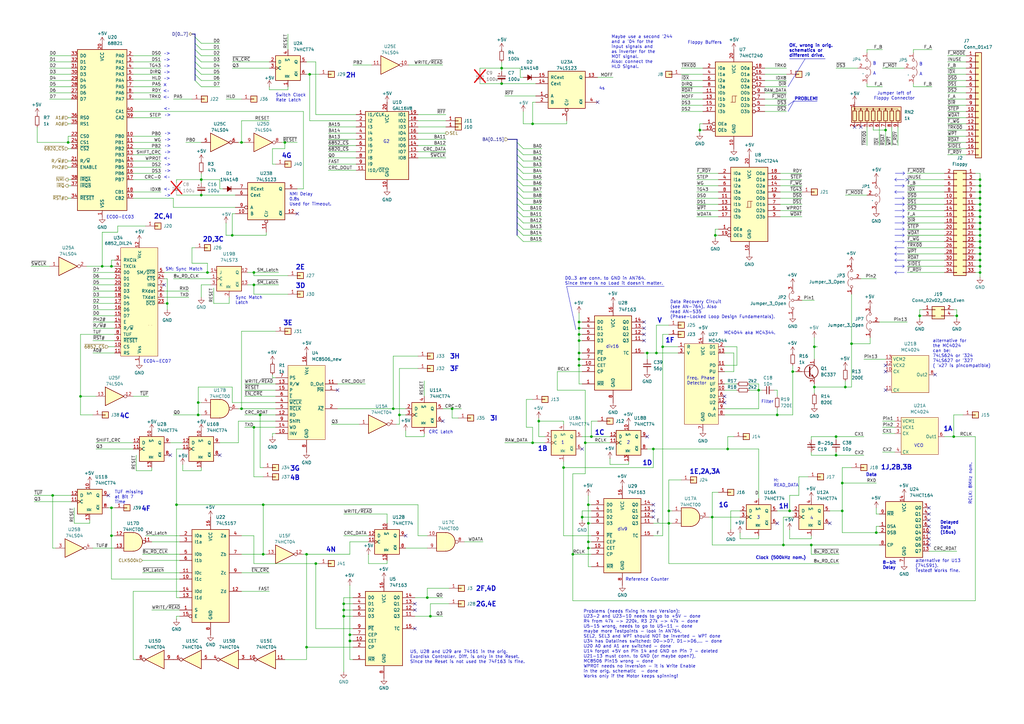
<source format=kicad_sch>
(kicad_sch (version 20250114) (generator "eeschema") (generator_version "9.0")
  (paper "A3")
  (title_block (title "Exorset Floppy") (date "2025-08-22") (rev "v1") (company "100% Offner") (comment 1 "Exorset Floppy Controller for kees1948 UniFLEX System") (comment 2 "v0.1: Initial") (comment 3 "v1: deleted U14,  used half of U19, del. U13, all problems from Text left."))
  (text "<-\n->" (at 67.31 46.482 0) (effects (font (size 1.524 1.524)) (justify left)))
  (text "alternative for \nthe MC4024\ncan be:\n74LS624 or '324\n74LS627 or '327 \n( 'x27 is pincompatible)" (at 382.524 145.034 0) (effects (font (size 1.27 1.27)) (justify left)))
  (text "<-\n->" (at 67.31 79.502 0) (effects (font (size 1.524 1.524)) (justify left)))
  (text "NMI Delay\n0.8s\nUsed for Timeout." (at 118.618 81.788 0) (effects (font (size 1.27 1.27)) (justify left)))
  (text "MC4044 aka MC4344." (at 296.926 136.652 0) (effects (font (size 1.27 1.27)) (justify left)))
  (text "Problems (needs fixing in next Version):\nU23-2 and U23-10 needs to go to +5V - done\nR4 from 47k -> 220k, R3 27k -> 47k - done\nU5-15 wrong, needs to go to U5-11 - done\nmaybe more Testpoints - look in AN764,\nSEL2, SEL3 and WPT should NOT be inverted - WPT done\nU34 has Datalines switched: D0->D7, D1->D6,... - done\nU20 A0 and A1 are switched - done\nU14 forgot +5V on Pin 14 and GND on Pin 7 - deleted\nU21-13 must conn. to GND (or maybe open?),\nMC8506 Pin15 wrong - done\nWPROT needs no inversion - it is Write Enable\nin the orig. schematic  - done\nWorks only if the Motor keeps spinning!" (at 239.268 264.16 0) (effects (font (size 1.27 1.27)) (justify left)))
  (text "1D" (at 263.398 189.992 0) (effects (font (size 1.905 1.905) (thickness 0.381) (bold yes)) (justify left)))
  (text "2H" (at 141.732 30.988 0) (effects (font (size 1.905 1.905) (thickness 0.381) (bold yes)) (justify left)))
  (text "4F" (at 57.912 208.788 0) (effects (font (size 1.905 1.905) (thickness 0.381) (bold yes)) (justify left)))
  (text "3G" (at 118.872 192.278 0) (effects (font (size 1.905 1.905) (thickness 0.381) (bold yes)) (justify left)))
  (text "3E" (at 116.078 132.588 0) (effects (font (size 1.905 1.905) (thickness 0.381) (bold yes)) (justify left)))
  (text "Freq. Phase\nDetector" (at 281.686 156.21 0) (effects (font (size 1.27 1.27)) (justify left)))
  (text "CRC Latch" (at 175.768 177.292 0) (effects (font (size 1.27 1.27)) (justify left)))
  (text "D0..3 are conn. to GND in AN764.\nSince there is no Load it doesn't matter." (at 231.648 115.316 0) (effects (font (size 1.27 1.27)) (justify left)))
  (text "Data Recovery Circuit\n(see AN-764). Also \nread AN-535\n(Phase-Locked Loop Design Fundamentals).\n" (at 274.828 127 0) (effects (font (size 1.27 1.27)) (justify left)))
  (text "EC00-EC03" (at 49.276 89.154 0) (effects (font (size 1.27 1.27))))
  (text "1H" (at 319.278 207.772 0) (effects (font (size 1.905 1.905) (thickness 0.381) (bold yes)) (justify left)))
  (text "2C,4I" (at 62.992 88.9 0) (effects (font (size 1.905 1.905) (thickness 0.381) (bold yes)) (justify left)))
  (text "div9" (at 255.27 217.17 0) (effects (font (size 1.27 1.27))))
  (text "TUF missing\nat Bit 7\nTime" (at 46.99 203.962 0) (effects (font (size 1.27 1.27) (thickness 0.1588)) (justify left)))
  (text "RCLK: 8MHz nom." (at 398.018 198.374 90) (effects (font (size 1.27 1.27))))
  (text "Sync Match \nLatch" (at 96.52 123.19 0) (effects (font (size 1.27 1.27)) (justify left)))
  (text "1G" (at 294.64 207.264 0) (effects (font (size 1.905 1.905) (thickness 0.381) (bold yes)) (justify left)))
  (text "4G" (at 115.4592 64.008 0) (effects (font (size 1.905 1.905) (thickness 0.381) (bold yes)) (justify left)))
  (text "2" (at 257.048 181.61 0) (effects (font (size 1.27 1.27)) (justify left)))
  (text "3D" (at 121.158 117.348 0) (effects (font (size 1.905 1.905) (thickness 0.381) (bold yes)) (justify left)))
  (text "Data" (at 355.092 194.818 0) (effects (font (size 1.27 1.27) (thickness 0.254) (bold yes)) (justify left)))
  (text "1E,2A,3A" (at 282.702 193.548 0) (effects (font (size 1.905 1.905) (thickness 0.381) (bold yes)) (justify left)))
  (text "3H" (at 184.404 146.304 0) (effects (font (size 1.905 1.905) (thickness 0.381) (bold yes)) (justify left)))
  (text "1J,2B,3B" (at 361.188 191.77 0) (effects (font (size 1.905 1.905) (thickness 0.381) (bold yes)) (justify left)))
  (text "Clock (500kHz nom.)" (at 309.88 228.854 0) (effects (font (size 1.27 1.27) (thickness 0.254) (bold yes)) (justify left)))
  (text "3" (at 310.388 212.344 0) (effects (font (size 1.27 1.27)) (justify left)))
  (text "1C" (at 243.84 177.546 0) (effects (font (size 1.905 1.905) (thickness 0.381) (bold yes)) (justify left)))
  (text "G2" (at 158.496 58.166 0) (effects (font (size 1.27 1.27))))
  (text "B\n\nA\n" (at 377.698 28.448 0) (effects (font (size 1.27 1.27))))
  (text "->\n->\n->\n->\n<-\n->\n->\n<-" (at 67.31 64.262 0) (effects (font (size 1.524 1.524)) (justify left)))
  (text "SM: Sync Match" (at 67.818 110.49 0) (effects (font (size 1.27 1.27)) (justify left)))
  (text "4N" (at 133.604 225.552 0) (effects (font (size 1.905 1.905) (thickness 0.381) (bold yes)) (justify left)))
  (text "OK, wrong in orig.\nschematics or \ndifferent drive." (at 323.596 20.828 0) (effects (font (size 1.27 1.27) (thickness 0.254) (bold yes)) (justify left)))
  (text "2F,4D" (at 195.072 241.554 0) (effects (font (size 1.905 1.905) (thickness 0.381) (bold yes)) (justify left)))
  (text "4" (at 332.232 212.598 0) (effects (font (size 1.27 1.27)) (justify left)))
  (text "Floppy Buffers" (at 289.052 17.526 0) (effects (font (size 1.27 1.27))))
  (text "Switch Clock\nRate Latch" (at 113.03 40.132 0) (effects (font (size 1.27 1.27)) (justify left)))
  (text "1" (at 230.124 181.61 0) (effects (font (size 1.27 1.27)) (justify left)))
  (text "Filter" (at 312.166 164.846 0) (effects (font (size 1.27 1.27)) (justify left)))
  (text "H:\nREAD_DATA" (at 317.246 199.898 0) (effects (font (size 1.27 1.27)) (justify left bottom)))
  (text "Maybe use a second '244\nand a '04 for the \ninput signals and\nas inverter for the\nMOT signal.\nAlso: connect the\nHLD Signal." (at 250.698 21.336 0) (effects (font (size 1.27 1.27)) (justify left)))
  (text "Jumper left of\nFloppy Connector" (at 366.776 39.37 0) (effects (font (size 1.27 1.27))))
  (text "4C" (at 49.022 170.688 0) (effects (font (size 1.905 1.905) (thickness 0.381) (bold yes)) (justify left)))
  (text "2D,3C" (at 83.058 98.298 0) (effects (font (size 1.905 1.905) (thickness 0.381) (bold yes)) (justify left)))
  (text "U5, U28 and U29 are 74161 in the orig.\nExordisk Controller. Diff. is only in the Reset.\nSince the Reset is not used the 74F163 is fine." (at 168.148 269.494 0) (effects (font (size 1.27 1.27)) (justify left)))
  (text "B\n\nA\n" (at 358.648 28.194 0) (effects (font (size 1.27 1.27))))
  (text "->\n->\n->\n->\n->\nx\n<-\n<-" (at 67.056 31.496 0) (effects (font (size 1.524 1.524)) (justify left)))
  (text "8-bit \nDelay" (at 361.95 231.902 0) (effects (font (size 1.27 1.27) (thickness 0.254) (bold yes)) (justify left)))
  (text "Delayed\nData\n(16us)" (at 385.572 216.408 0) (effects (font (size 1.27 1.27) (thickness 0.254) (bold yes)) (justify left)))
  (text "4B" (at 118.872 196.088 0) (effects (font (size 1.905 1.905) (thickness 0.381) (bold yes)) (justify left)))
  (text "4s" (at 246.888 36.322 0) (effects (font (size 1.27 1.27))))
  (text "1F\n" (at 272.796 139.7 0) (effects (font (size 1.905 1.905) (thickness 0.381) (bold yes)) (justify left)))
  (text "2G,4E" (at 195.072 247.904 0) (effects (font (size 1.905 1.905) (thickness 0.381) (bold yes)) (justify left)))
  (text "V" (at 269.494 131.572 0) (effects (font (size 1.905 1.905) (thickness 0.381) (bold yes)) (justify left)))
  (text "alternative for U13\n(74LS91).\nTested! Works fine." (at 375.412 232.156 0) (effects (font (size 1.27 1.27)) (justify left)))
  (text "1A\n" (at 386.842 176.022 0) (effects (font (size 1.905 1.905) (thickness 0.381) (bold yes)) (justify left)))
  (text "div16" (at 251.206 142.24 0) (effects (font (size 1.27 1.27))))
  (text "EC04-EC07" (at 64.516 148.336 0) (effects (font (size 1.27 1.27))))
  (text "3F" (at 184.404 151.384 0) (effects (font (size 1.905 1.905) (thickness 0.381) (bold yes)) (justify left)))
  (text "Reference Counter" (at 265.43 237.744 0) (effects (font (size 1.27 1.27))))
  (text "VCO" (at 374.904 182.88 0) (effects (font (size 1.27 1.27)) (justify left)))
  (text "PROBLEM!" (at 325.755 40.64 0) (effects (font (size 1.27 1.27) (thickness 0.254) (bold yes)) (justify left)))
  (text "3I" (at 200.914 171.704 0) (effects (font (size 1.905 1.905) (thickness 0.381) (bold yes)) (justify left)))
  (text "1B" (at 220.472 184.15 0) (effects (font (size 1.905 1.905) (thickness 0.381) (bold yes)) (justify left)))
  (text "2E" (at 121.158 109.728 0) (effects (font (size 1.905 1.905) (thickness 0.381) (bold yes)) (justify left)))
  (junction (at 107.95 227.33))
  (junction (at 107.95 207.01))
  (junction (at 33.02 162.56))
  (junction (at 129.54 231.14))
  (junction (at 185.42 167.64))
  (junction (at 231.14 191.77))
  (junction (at 85.09 111.76))
  (junction (at 334.01 158.75))
  (junction (at 238.76 212.09))
  (junction (at 140.97 250.19))
  (junction (at 401.955 81.28))
  (junction (at 401.955 96.52))
  (junction (at 318.77 170.18))
  (junction (at 401.955 83.82))
  (junction (at 72.39 207.01))
  (junction (at 205.74 27.94))
  (junction (at 241.3 214.63))
  (junction (at 82.55 80.01))
  (junction (at 237.49 132.08))
  (junction (at 323.85 209.55))
  (junction (at 401.955 88.9))
  (junction (at 161.29 167.64))
  (junction (at 267.97 184.15))
  (junction (at 237.49 144.78))
  (junction (at 125.73 265.43))
  (junction (at 271.78 142.24))
  (junction (at 95.25 96.52))
  (junction (at 82.55 73.66))
  (junction (at 143.51 260.35))
  (junction (at 401.955 99.06))
  (junction (at 359.41 218.44))
  (junction (at 205.74 34.29))
  (junction (at 104.14 116.84))
  (junction (at 401.955 106.68))
  (junction (at 377.19 129.54))
  (junction (at 45.72 208.28))
  (junction (at 242.57 179.07))
  (junction (at 345.44 209.55))
  (junction (at 241.3 207.01))
  (junction (at 237.49 134.62))
  (junction (at 401.955 78.74))
  (junction (at 45.72 219.71))
  (junction (at 99.06 167.64))
  (junction (at 116.84 58.42))
  (junction (at 269.24 144.78))
  (junction (at 292.1 212.09))
  (junction (at 401.955 101.6))
  (junction (at 391.16 179.07))
  (junction (at 293.37 96.52))
  (junction (at 342.9 179.07))
  (junction (at 332.74 223.52))
  (junction (at 237.49 137.16))
  (junction (at 27.94 58.42))
  (junction (at 99.06 58.42))
  (junction (at 218.44 50.8))
  (junction (at 140.97 247.65))
  (junction (at 325.12 152.4))
  (junction (at 218.44 181.61))
  (junction (at 274.32 209.55))
  (junction (at 240.03 181.61))
  (junction (at 401.955 86.36))
  (junction (at 401.955 109.22))
  (junction (at 234.95 227.33))
  (junction (at 163.83 170.18))
  (junction (at 241.3 222.25))
  (junction (at 342.9 186.69))
  (junction (at 346.71 158.75))
  (junction (at 175.26 245.11))
  (junction (at 237.49 139.7))
  (junction (at 401.955 93.98))
  (junction (at 401.955 104.14))
  (junction (at 363.22 53.34))
  (junction (at 21.59 203.2))
  (junction (at 345.44 198.12))
  (junction (at 265.43 144.78))
  (junction (at 106.68 170.18))
  (junction (at 140.97 252.73))
  (junction (at 392.43 129.54))
  (junction (at 125.73 227.33))
  (junction (at 41.91 109.22))
  (junction (at 241.3 224.79))
  (junction (at 237.49 147.32))
  (junction (at 220.98 172.72))
  (junction (at 298.45 184.15))
  (junction (at 176.53 252.73))
  (junction (at 401.955 111.76))
  (junction (at 401.955 76.2))
  (junction (at 81.28 170.18))
  (junction (at 143.51 262.89))
  (junction (at 68.58 124.46))
  (junction (at 321.31 223.52))
  (junction (at 401.955 91.44))
  (junction (at 311.15 160.02))
  (junction (at 287.02 53.34))
  (junction (at 104.14 111.76))
  (junction (at 127 30.48))
  (junction (at 104.14 175.26))
  (junction (at 274.32 214.63))
  (junction (at 81.28 165.1))
  (junction (at 45.72 109.22))
  (junction (at 334.01 142.24))
  (junction (at 349.25 140.97))
  (junction (at 237.49 149.86))
  (junction (at 401.955 73.66))
  (no_connect (at 267.97 209.55))
  (no_connect (at 170.18 250.19))
  (no_connect (at 350.52 52.07))
  (no_connect (at 353.06 52.07))
  (no_connect (at 383.54 153.67))
  (no_connect (at 267.97 212.09))
  (no_connect (at 166.37 219.71))
  (no_connect (at 238.76 184.15))
  (no_connect (at 69.85 186.69))
  (no_connect (at 138.43 160.02))
  (no_connect (at 381 215.9))
  (no_connect (at 264.16 134.62))
  (no_connect (at 363.22 160.02))
  (no_connect (at 265.43 179.07))
  (no_connect (at 245.11 41.91))
  (no_connect (at 318.77 214.63))
  (no_connect (at 381 213.36))
  (no_connect (at 264.16 132.08))
  (no_connect (at 264.16 139.7))
  (no_connect (at 264.16 137.16))
  (no_connect (at 381 210.82))
  (no_connect (at 372.11 73.66))
  (no_connect (at 181.61 172.72))
  (no_connect (at 297.18 162.56))
  (no_connect (at 363.22 149.86))
  (no_connect (at 170.18 247.65))
  (no_connect (at 381 218.44))
  (no_connect (at 340.36 214.63))
  (no_connect (at 170.18 257.81))
  (no_connect (at 267.97 207.01))
  (no_connect (at 121.92 87.63))
  (no_connect (at 381 208.28))
  (no_connect (at 381 223.52))
  (no_connect (at 381 220.98))
  (no_connect (at 90.17 186.69))
  (no_connect (at 297.18 165.1))
  (no_connect (at 363.22 152.4))
  (no_connect (at 44.45 203.2))
  (no_connect (at 67.31 116.84))
  (bus_entry (at 80.01 33.02) (size 2.54 2.54))
  (bus_entry (at 212.09 78.74) (size 2.54 2.54))
  (bus_entry (at 212.09 91.44) (size 2.54 2.54))
  (bus_entry (at 212.09 73.66) (size 2.54 2.54))
  (bus_entry (at 212.09 86.36) (size 2.54 2.54))
  (bus_entry (at 80.01 20.32) (size 2.54 2.54))
  (bus_entry (at 212.09 88.9) (size 2.54 2.54))
  (bus_entry (at 80.01 15.24) (size 2.54 2.54))
  (bus_entry (at 212.09 81.28) (size 2.54 2.54))
  (bus_entry (at 80.01 17.78) (size 2.54 2.54))
  (bus_entry (at 212.09 93.98) (size 2.54 2.54))
  (bus_entry (at 212.09 66.04) (size 2.54 2.54))
  (bus_entry (at 80.01 25.4) (size 2.54 2.54))
  (bus_entry (at 80.01 27.94) (size 2.54 2.54))
  (bus_entry (at 80.01 30.48) (size 2.54 2.54))
  (bus_entry (at 212.09 83.82) (size 2.54 2.54))
  (bus_entry (at 212.09 63.5) (size 2.54 2.54))
  (bus_entry (at 212.09 58.42) (size 2.54 2.54))
  (bus_entry (at 212.09 71.12) (size 2.54 2.54))
  (bus_entry (at 212.09 68.58) (size 2.54 2.54))
  (bus_entry (at 212.09 60.96) (size 2.54 2.54))
  (bus_entry (at 212.09 96.52) (size 2.54 2.54))
  (bus_entry (at 212.09 76.2) (size 2.54 2.54))
  (bus_entry (at 80.01 22.86) (size 2.54 2.54))
  (wire (pts (xy 171.45 219.71) (xy 171.45 207.01)))
  (wire (pts (xy 87.63 118.11) (xy 87.63 124.46)))
  (wire (pts (xy 307.34 160.02) (xy 311.15 160.02)))
  (wire (pts (xy 45.72 208.28) (xy 44.45 208.28)))
  (wire (pts (xy 127 30.48) (xy 130.81 30.48)))
  (wire (pts (xy 78.74 101.6) (xy 78.74 107.95)))
  (wire (pts (xy 214.63 83.82) (xy 222.25 83.82)))
  (wire (pts (xy 387.35 99.06) (xy 372.11 99.06)))
  (wire (pts (xy 82.55 33.02) (xy 90.17 33.02)))
  (wire (pts (xy 101.6 111.76) (xy 104.14 111.76)))
  (wire (pts (xy 401.955 104.14) (xy 401.955 106.68)))
  (wire (pts (xy 360.68 132.08) (xy 372.11 132.08)))
  (wire (pts (xy 237.49 134.62) (xy 237.49 132.08)))
  (wire (pts (xy 129.54 231.14) (xy 130.81 231.14)))
  (wire (pts (xy 293.37 96.52) (xy 293.37 97.79)))
  (wire (pts (xy 71.12 85.09) (xy 96.52 85.09)))
  (polyline (pts (xy 370.9888 71.0821) (xy 370.3538 70.4471)))
  (wire (pts (xy 328.93 78.74) (xy 320.04 78.74)))
  (wire (pts (xy 334.01 158.75) (xy 346.71 158.75)))
  (polyline (pts (xy 370.84 91.44) (xy 370.205 92.075)))
  (wire (pts (xy 82.55 74.93) (xy 82.55 73.66)))
  (wire (pts (xy 171.45 54.61) (xy 182.88 54.61)))
  (wire (pts (xy 54.61 73.66) (xy 66.04 73.66)))
  (wire (pts (xy 95.25 87.63) (xy 95.25 96.52)))
  (wire (pts (xy 82.55 20.32) (xy 90.17 20.32)))
  (wire (pts (xy 265.43 184.15) (xy 267.97 184.15)))
  (wire (pts (xy 285.75 83.82) (xy 294.64 83.82)))
  (wire (pts (xy 125.73 30.48) (xy 127 30.48)))
  (wire (pts (xy 238.76 212.09) (xy 238.76 213.36)))
  (wire (pts (xy 396.24 22.86) (xy 388.62 22.86)))
  (wire (pts (xy 290.83 212.09) (xy 292.1 212.09)))
  (wire (pts (xy 72.39 74.93) (xy 72.39 73.66)))
  (bus (pts (xy 80.01 22.86) (xy 80.01 25.4)))
  (wire (pts (xy 292.1 212.09) (xy 292.1 223.52)))
  (wire (pts (xy 100.33 157.48) (xy 113.03 157.48)))
  (wire (pts (xy 267.97 184.15) (xy 298.45 184.15)))
  (wire (pts (xy 55.88 186.69) (xy 55.88 193.04)))
  (wire (pts (xy 46.99 129.54) (xy 38.1 129.54)))
  (wire (pts (xy 58.42 227.33) (xy 73.66 227.33)))
  (polyline (pts (xy 370.84 88.9) (xy 367.03 88.9)))
  (wire (pts (xy 173.99 156.21) (xy 173.99 162.56)))
  (wire (pts (xy 90.17 181.61) (xy 97.79 181.61)))
  (wire (pts (xy 54.61 242.57) (xy 73.66 242.57)))
  (wire (pts (xy 237.49 147.32) (xy 237.49 149.86)))
  (wire (pts (xy 392.43 127) (xy 391.16 127)))
  (wire (pts (xy 33.02 137.16) (xy 46.99 137.16)))
  (wire (pts (xy 285.75 88.9) (xy 294.64 88.9)))
  (wire (pts (xy 214.63 93.98) (xy 222.25 93.98)))
  (wire (pts (xy 401.955 86.36) (xy 401.955 88.9)))
  (wire (pts (xy 285.75 71.12) (xy 294.64 71.12)))
  (wire (pts (xy 171.45 64.77) (xy 182.88 64.77)))
  (wire (pts (xy 214.63 71.12) (xy 222.25 71.12)))
  (wire (pts (xy 175.26 241.3) (xy 175.26 245.11)))
  (wire (pts (xy 370.84 27.94) (xy 361.95 27.94)))
  (wire (pts (xy 237.49 144.78) (xy 238.76 144.78)))
  (wire (pts (xy 33.02 162.56) (xy 33.02 137.16)))
  (wire (pts (xy 274.32 133.35) (xy 269.24 133.35)))
  (wire (pts (xy 118.11 36.83) (xy 118.11 35.56)))
  (wire (pts (xy 237.49 132.08) (xy 238.76 132.08)))
  (wire (pts (xy 237.49 144.78) (xy 237.49 139.7)))
  (wire (pts (xy 368.3 59.69) (xy 368.3 52.07)))
  (wire (pts (xy 99.06 49.53) (xy 99.06 58.42)))
  (wire (pts (xy 214.63 81.28) (xy 222.25 81.28)))
  (wire (pts (xy 140.97 219.71) (xy 151.13 219.71)))
  (wire (pts (xy 45.72 219.71) (xy 45.72 237.49)))
  (wire (pts (xy 274.32 196.85) (xy 274.32 209.55)))
  (wire (pts (xy 354.33 179.07) (xy 342.9 179.07)))
  (wire (pts (xy 396.24 50.8) (xy 388.62 50.8)))
  (wire (pts (xy 39.37 184.15) (xy 54.61 184.15)))
  (wire (pts (xy 54.61 60.96) (xy 66.04 60.96)))
  (wire (pts (xy 36.83 214.63) (xy 36.83 213.36)))
  (wire (pts (xy 72.39 80.01) (xy 82.55 80.01)))
  (wire (pts (xy 355.6 59.69) (xy 355.6 52.07)))
  (wire (pts (xy 360.68 59.69) (xy 360.68 52.07)))
  (bus (pts (xy 212.09 88.9) (xy 212.09 91.44)))
  (wire (pts (xy 166.37 176.53) (xy 166.37 179.07)))
  (wire (pts (xy 171.45 46.99) (xy 182.88 46.99)))
  (wire (pts (xy 38.1 144.78) (xy 46.99 144.78)))
  (wire (pts (xy 143.51 262.89) (xy 144.78 262.89)))
  (wire (pts (xy 334.01 161.29) (xy 334.01 158.75)))
  (wire (pts (xy 218.44 50.8) (xy 232.41 50.8)))
  (polyline (pts (xy 370.84 81.28) (xy 370.205 80.645)))
  (wire (pts (xy 46.99 109.22) (xy 45.72 109.22)))
  (wire (pts (xy 313.69 43.18) (xy 322.58 43.18)))
  (wire (pts (xy 400.05 78.74) (xy 401.955 78.74)))
  (wire (pts (xy 54.61 48.26) (xy 66.04 48.26)))
  (wire (pts (xy 323.85 203.2) (xy 323.85 209.55)))
  (wire (pts (xy 162.56 173.99) (xy 163.83 173.99)))
  (wire (pts (xy 38.1 134.62) (xy 46.99 134.62)))
  (wire (pts (xy 218.44 181.61) (xy 223.52 181.61)))
  (wire (pts (xy 158.75 231.14) (xy 158.75 229.87)))
  (bus (pts (xy 80.01 25.4) (xy 80.01 27.94)))
  (wire (pts (xy 313.69 27.94) (xy 322.58 27.94)))
  (wire (pts (xy 265.43 144.78) (xy 269.24 144.78)))
  (wire (pts (xy 367.03 172.72) (xy 361.95 172.72)))
  (wire (pts (xy 111.76 153.67) (xy 111.76 154.94)))
  (wire (pts (xy 187.96 171.45) (xy 185.42 171.45)))
  (wire (pts (xy 46.99 121.92) (xy 38.1 121.92)))
  (wire (pts (xy 313.69 33.02) (xy 322.58 33.02)))
  (wire (pts (xy 29.21 30.48) (xy 20.32 30.48)))
  (wire (pts (xy 367.03 175.26) (xy 361.95 175.26)))
  (wire (pts (xy 358.14 53.34) (xy 363.22 53.34)))
  (wire (pts (xy 54.61 66.04) (xy 66.04 66.04)))
  (wire (pts (xy 27.94 73.66) (xy 29.21 73.66)))
  (wire (pts (xy 125.73 25.4) (xy 129.54 25.4)))
  (wire (pts (xy 279.4 38.1) (xy 288.29 38.1)))
  (wire (pts (xy 54.61 81.28) (xy 71.12 81.28)))
  (wire (pts (xy 54.61 40.64) (xy 66.04 40.64)))
  (bus (pts (xy 212.09 76.2) (xy 212.09 78.74)))
  (wire (pts (xy 46.99 114.3) (xy 38.1 114.3)))
  (wire (pts (xy 302.26 142.24) (xy 302.26 149.86)))
  (wire (pts (xy 232.41 50.8) (xy 232.41 49.53)))
  (polyline (pts (xy 370.84 109.22) (xy 367.03 109.22)))
  (wire (pts (xy 71.12 85.09) (xy 71.12 81.28)))
  (wire (pts (xy 240.03 160.02) (xy 228.6 160.02)))
  (bus (pts (xy 212.09 86.36) (xy 212.09 88.9)))
  (wire (pts (xy 158.75 210.82) (xy 158.75 214.63)))
  (wire (pts (xy 342.9 186.69) (xy 342.9 185.42)))
  (wire (pts (xy 171.45 151.13) (xy 163.83 151.13)))
  (wire (pts (xy 82.55 170.18) (xy 81.28 170.18)))
  (wire (pts (xy 228.6 160.02) (xy 228.6 152.4)))
  (wire (pts (xy 45.72 208.28) (xy 46.99 208.28)))
  (wire (pts (xy 21.59 224.79) (xy 21.59 203.2)))
  (wire (pts (xy 401.955 101.6) (xy 401.955 104.14)))
  (wire (pts (xy 44.45 142.24) (xy 46.99 142.24)))
  (wire (pts (xy 387.35 76.2) (xy 372.11 76.2)))
  (bus (pts (xy 212.09 93.98) (xy 212.09 96.52)))
  (wire (pts (xy 78.74 107.95) (xy 85.09 107.95)))
  (wire (pts (xy 124.46 45.72) (xy 124.46 77.47)))
  (wire (pts (xy 275.59 209.55) (xy 274.32 209.55)))
  (wire (pts (xy 45.72 219.71) (xy 45.72 208.28)))
  (bus (pts (xy 212.09 60.96) (xy 212.09 63.5)))
  (wire (pts (xy 377.19 130.81) (xy 377.19 129.54)))
  (wire (pts (xy 85.09 111.76) (xy 86.36 111.76)))
  (wire (pts (xy 151.13 227.33) (xy 151.13 231.14)))
  (wire (pts (xy 241.3 224.79) (xy 241.3 232.41)))
  (wire (pts (xy 303.53 209.55) (xy 299.72 209.55)))
  (bus (pts (xy 80.01 15.24) (xy 80.01 17.78)))
  (polyline (pts (xy 370.84 83.82) (xy 370.205 84.455)))
  (wire (pts (xy 97.79 172.72) (xy 113.03 172.72)))
  (wire (pts (xy 401.955 109.22) (xy 401.955 111.76)))
  (wire (pts (xy 313.69 38.1) (xy 322.58 38.1)))
  (wire (pts (xy 106.68 170.18) (xy 113.03 170.18)))
  (wire (pts (xy 218.44 175.26) (xy 218.44 181.61)))
  (wire (pts (xy 323.85 220.98) (xy 323.85 217.17)))
  (wire (pts (xy 99.06 135.89) (xy 99.06 167.64)))
  (polyline (pts (xy 367.03 104.14) (xy 367.665 104.775)))
  (wire (pts (xy 111.76 177.8) (xy 111.76 179.07)))
  (wire (pts (xy 27.94 50.8) (xy 29.21 50.8)))
  (wire (pts (xy 334.01 157.48) (xy 334.01 158.75)))
  (bus (pts (xy 80.01 13.97) (xy 80.01 15.24)))
  (wire (pts (xy 27.94 48.26) (xy 29.21 48.26)))
  (wire (pts (xy 267.97 191.77) (xy 231.14 191.77)))
  (wire (pts (xy 93.98 121.92) (xy 93.98 124.46)))
  (polyline (pts (xy 367.03 78.74) (xy 367.665 79.375)))
  (wire (pts (xy 279.4 33.02) (xy 288.29 33.02)))
  (wire (pts (xy 274.32 231.14) (xy 344.17 231.14)))
  (wire (pts (xy 29.21 22.86) (xy 20.32 22.86)))
  (wire (pts (xy 394.97 170.18) (xy 391.16 170.18)))
  (wire (pts (xy 213.36 31.75) (xy 213.36 27.94)))
  (wire (pts (xy 298.45 179.07) (xy 298.45 184.15)))
  (wire (pts (xy 318.77 160.02) (xy 317.5 160.02)))
  (wire (pts (xy 104.14 175.26) (xy 113.03 175.26)))
  (wire (pts (xy 99.06 58.42) (xy 97.79 58.42)))
  (wire (pts (xy 241.3 224.79) (xy 242.57 224.79)))
  (wire (pts (xy 400.05 96.52) (xy 401.955 96.52)))
  (wire (pts (xy 109.22 96.52) (xy 109.22 95.25)))
  (wire (pts (xy 274.32 214.63) (xy 275.59 214.63)))
  (wire (pts (xy 121.92 58.42) (xy 116.84 58.42)))
  (wire (pts (xy 60.96 162.56) (xy 54.61 162.56)))
  (wire (pts (xy 116.84 270.51) (xy 125.73 270.51)))
  (wire (pts (xy 345.44 198.12) (xy 345.44 209.55)))
  (wire (pts (xy 196.85 34.29) (xy 205.74 34.29)))
  (wire (pts (xy 220.98 172.72) (xy 231.14 172.72)))
  (wire (pts (xy 30.48 208.28) (xy 30.48 214.63)))
  (wire (pts (xy 387.35 86.36) (xy 372.11 86.36)))
  (wire (pts (xy 401.955 91.44) (xy 401.955 93.98)))
  (wire (pts (xy 100.33 160.02) (xy 113.03 160.02)))
  (wire (pts (xy 396.24 58.42) (xy 388.62 58.42)))
  (polyline (pts (xy 367.03 101.6) (xy 367.665 102.235)))
  (wire (pts (xy 349.25 140.97) (xy 349.25 158.75)))
  (wire (pts (xy 74.93 190.5) (xy 74.93 193.04)))
  (wire (pts (xy 303.53 220.98) (xy 311.15 220.98)))
  (wire (pts (xy 240.03 181.61) (xy 250.19 181.61)))
  (wire (pts (xy 332.74 220.98) (xy 332.74 219.71)))
  (wire (pts (xy 237.49 137.16) (xy 238.76 137.16)))
  (wire (pts (xy 234.95 227.33) (xy 242.57 227.33)))
  (wire (pts (xy 140.97 210.82) (xy 158.75 210.82)))
  (wire (pts (xy 113.03 135.89) (xy 99.06 135.89)))
  (wire (pts (xy 29.21 25.4) (xy 20.32 25.4)))
  (wire (pts (xy 91.44 77.47) (xy 90.17 77.47)))
  (wire (pts (xy 163.83 151.13) (xy 163.83 170.18)))
  (wire (pts (xy 241.3 222.25) (xy 241.3 214.63)))
  (wire (pts (xy 68.58 114.3) (xy 68.58 124.46)))
  (wire (pts (xy 46.99 119.38) (xy 38.1 119.38)))
  (wire (pts (xy 13.97 205.74) (xy 29.21 205.74)))
  (wire (pts (xy 97.79 167.64) (xy 99.06 167.64)))
  (wire (pts (xy 99.06 219.71) (xy 104.14 219.71)))
  (wire (pts (xy 298.45 184.15) (xy 311.15 184.15)))
  (wire (pts (xy 279.4 27.94) (xy 288.29 27.94)))
  (wire (pts (xy 95.25 27.94) (xy 110.49 27.94)))
  (wire (pts (xy 237.49 139.7) (xy 237.49 137.16)))
  (wire (pts (xy 205.74 27.94) (xy 205.74 25.4)))
  (wire (pts (xy 134.62 52.07) (xy 146.05 52.07)))
  (wire (pts (xy 359.41 198.12) (xy 345.44 198.12)))
  (wire (pts (xy 125.73 265.43) (xy 125.73 270.51)))
  (wire (pts (xy 38.1 139.7) (xy 46.99 139.7)))
  (polyline (pts (xy 370.84 99.06) (xy 370.205 99.695)))
  (polyline (pts (xy 370.84 96.52) (xy 370.205 95.885)))
  (wire (pts (xy 396.24 53.34) (xy 388.62 53.34)))
  (wire (pts (xy 46.99 219.71) (xy 45.72 219.71)))
  (wire (pts (xy 54.61 55.88) (xy 66.04 55.88)))
  (wire (pts (xy 27.94 58.42) (xy 29.21 58.42)))
  (wire (pts (xy 401.955 76.2) (xy 401.955 78.74)))
  (wire (pts (xy 215.9 175.26) (xy 218.44 175.26)))
  (wire (pts (xy 361.95 185.42) (xy 367.03 185.42)))
  (wire (pts (xy 285.75 86.36) (xy 294.64 86.36)))
  (bus (pts (xy 80.01 30.48) (xy 80.01 33.02)))
  (wire (pts (xy 361.95 35.56) (xy 355.6 35.56)))
  (polyline (pts (xy 335.153 41.529) (xy 325.628 41.529)))
  (wire (pts (xy 332.74 227.33) (xy 332.74 223.52)))
  (wire (pts (xy 67.31 114.3) (xy 68.58 114.3)))
  (wire (pts (xy 391.16 170.18) (xy 391.16 179.07)))
  (wire (pts (xy 392.43 129.54) (xy 392.43 127)))
  (wire (pts (xy 118.11 120.65) (xy 104.14 120.65)))
  (wire (pts (xy 250.19 187.96) (xy 250.19 190.5)))
  (wire (pts (xy 72.39 207.01) (xy 107.95 207.01)))
  (wire (pts (xy 125.73 227.33) (xy 125.73 265.43)))
  (wire (pts (xy 387.35 83.82) (xy 372.11 83.82)))
  (wire (pts (xy 387.35 78.74) (xy 372.11 78.74)))
  (wire (pts (xy 140.97 250.19) (xy 140.97 252.73)))
  (wire (pts (xy 400.05 109.22) (xy 401.955 109.22)))
  (wire (pts (xy 387.35 96.52) (xy 372.11 96.52)))
  (wire (pts (xy 374.65 34.29) (xy 374.65 35.56)))
  (wire (pts (xy 401.955 106.68) (xy 401.955 109.22)))
  (wire (pts (xy 241.3 214.63) (xy 242.57 214.63)))
  (wire (pts (xy 332.74 186.69) (xy 342.9 186.69)))
  (wire (pts (xy 143.51 240.03) (xy 143.51 260.35)))
  (wire (pts (xy 274.32 137.16) (xy 271.78 137.16)))
  (wire (pts (xy 46.99 124.46) (xy 38.1 124.46)))
  (wire (pts (xy 294.64 201.93) (xy 292.1 201.93)))
  (wire (pts (xy 396.24 43.18) (xy 388.62 43.18)))
  (wire (pts (xy 332.74 223.52) (xy 360.68 223.52)))
  (wire (pts (xy 82.55 27.94) (xy 90.17 27.94)))
  (wire (pts (xy 218.44 163.83) (xy 215.9 163.83)))
  (wire (pts (xy 288.29 50.8) (xy 287.02 50.8)))
  (wire (pts (xy 387.35 93.98) (xy 372.11 93.98)))
  (wire (pts (xy 332.74 185.42) (xy 332.74 186.69)))
  (wire (pts (xy 67.31 124.46) (xy 68.58 124.46)))
  (bus (pts (xy 212.09 58.42) (xy 212.09 60.96)))
  (wire (pts (xy 82.55 121.92) (xy 82.55 116.84)))
  (wire (pts (xy 238.76 147.32) (xy 237.49 147.32)))
  (wire (pts (xy 396.24 45.72) (xy 388.62 45.72)))
  (polyline (pts (xy 370.84 109.22) (xy 370.205 109.855)))
  (wire (pts (xy 327.66 203.2) (xy 323.85 203.2)))
  (wire (pts (xy 99.06 234.95) (xy 110.49 234.95)))
  (wire (pts (xy 320.04 83.82) (xy 328.93 83.82)))
  (wire (pts (xy 125.73 265.43) (xy 144.78 265.43)))
  (wire (pts (xy 359.41 114.3) (xy 353.06 114.3)))
  (bus (pts (xy 212.09 91.44) (xy 212.09 93.98)))
  (wire (pts (xy 71.12 170.18) (xy 81.28 170.18)))
  (wire (pts (xy 29.21 27.94) (xy 20.32 27.94)))
  (wire (pts (xy 207.01 39.37) (xy 219.71 39.37)))
  (wire (pts (xy 363.22 53.34) (xy 363.22 52.07)))
  (wire (pts (xy 241.3 214.63) (xy 241.3 207.01)))
  (wire (pts (xy 101.6 116.84) (xy 104.14 116.84)))
  (wire (pts (xy 214.63 31.75) (xy 213.36 31.75)))
  (wire (pts (xy 267.97 184.15) (xy 267.97 191.77)))
  (wire (pts (xy 287.02 53.34) (xy 288.29 53.34)))
  (wire (pts (xy 300.99 179.07) (xy 298.45 179.07)))
  (wire (pts (xy 54.61 63.5) (xy 66.04 63.5)))
  (bus (pts (xy 212.09 71.12) (xy 212.09 73.66)))
  (wire (pts (xy 279.4 35.56) (xy 288.29 35.56)))
  (polyline (pts (xy 367.03 111.76) (xy 367.665 112.395)))
  (wire (pts (xy 29.21 40.64) (xy 20.32 40.64)))
  (wire (pts (xy 54.61 30.48) (xy 66.04 30.48)))
  (wire (pts (xy 104.14 116.84) (xy 114.3 116.84)))
  (wire (pts (xy 95.25 165.1) (xy 95.25 158.75)))
  (wire (pts (xy 140.97 252.73) (xy 144.78 252.73)))
  (wire (pts (xy 54.61 25.4) (xy 66.04 25.4)))
  (bus (pts (xy 208.28 57.15) (xy 212.09 57.15)))
  (wire (pts (xy 292.1 223.52) (xy 321.31 223.52)))
  (wire (pts (xy 321.31 223.52) (xy 332.74 223.52)))
  (wire (pts (xy 95.25 158.75) (xy 81.28 158.75)))
  (wire (pts (xy 81.28 158.75) (xy 81.28 165.1)))
  (wire (pts (xy 241.3 203.2) (xy 241.3 207.01)))
  (wire (pts (xy 396.24 25.4) (xy 388.62 25.4)))
  (wire (pts (xy 359.41 218.44) (xy 360.68 218.44)))
  (wire (pts (xy 82.55 116.84) (xy 86.36 116.84)))
  (wire (pts (xy 401.955 99.06) (xy 401.955 101.6)))
  (wire (pts (xy 134.62 69.85) (xy 146.05 69.85)))
  (bus (pts (xy 212.09 78.74) (xy 212.09 81.28)))
  (wire (pts (xy 135.89 173.99) (xy 147.32 173.99)))
  (wire (pts (xy 400.05 71.12) (xy 401.955 71.12)))
  (wire (pts (xy 285.75 73.66) (xy 294.64 73.66)))
  (wire (pts (xy 387.35 71.12) (xy 372.11 71.12)))
  (wire (pts (xy 359.41 208.28) (xy 359.41 210.82)))
  (wire (pts (xy 377.19 129.54) (xy 378.46 129.54)))
  (wire (pts (xy 143.51 227.33) (xy 125.73 227.33)))
  (wire (pts (xy 237.49 147.32) (xy 237.49 144.78)))
  (wire (pts (xy 175.26 245.11) (xy 181.61 245.11)))
  (polyline (pts (xy 367.03 73.66) (xy 370.84 73.66)))
  (wire (pts (xy 171.45 49.53) (xy 182.88 49.53)))
  (wire (pts (xy 287.02 53.34) (xy 287.02 54.61)))
  (wire (pts (xy 205.74 27.94) (xy 213.36 27.94)))
  (wire (pts (xy 214.63 66.04) (xy 222.25 66.04)))
  (polyline (pts (xy 367.03 73.66) (xy 367.665 73.025)))
  (wire (pts (xy 67.31 119.38) (xy 77.47 119.38)))
  (wire (pts (xy 58.42 229.87) (xy 73.66 229.87)))
  (wire (pts (xy 231.14 191.77) (xy 231.14 219.71)))
  (wire (pts (xy 76.2 58.42) (xy 82.55 58.42)))
  (wire (pts (xy 321.31 212.09) (xy 325.12 212.09)))
  (wire (pts (xy 334.01 138.43) (xy 334.01 142.24)))
  (wire (pts (xy 54.61 38.1) (xy 66.04 38.1)))
  (wire (pts (xy 72.39 207.01) (xy 72.39 245.11)))
  (wire (pts (xy 297.18 152.4) (xy 300.99 152.4)))
  (wire (pts (xy 41.91 109.22) (xy 45.72 109.22)))
  (wire (pts (xy 184.15 241.3) (xy 175.26 241.3)))
  (wire (pts (xy 59.69 92.71) (xy 48.26 92.71)))
  (wire (pts (xy 171.45 62.23) (xy 182.88 62.23)))
  (polyline (pts (xy 367.03 101.6) (xy 367.665 100.965)))
  (wire (pts (xy 360.68 215.9) (xy 359.41 215.9)))
  (polyline (pts (xy 370.84 91.44) (xy 370.205 90.805)))
  (wire (pts (xy 318.77 162.56) (xy 318.77 160.02)))
  (polyline (pts (xy 367.03 104.14) (xy 370.84 104.14)))
  (wire (pts (xy 241.3 232.41) (xy 242.57 232.41)))
  (wire (pts (xy 396.24 40.64) (xy 388.62 40.64)))
  (wire (pts (xy 328.93 76.2) (xy 320.04 76.2)))
  (wire (pts (xy 72.39 245.11) (xy 73.66 245.11)))
  (wire (pts (xy 401.955 73.66) (xy 401.955 76.2)))
  (polyline (pts (xy 370.84 88.9) (xy 370.205 89.535)))
  (wire (pts (xy 302.26 149.86) (xy 297.18 149.86)))
  (wire (pts (xy 99.06 58.42) (xy 100.33 58.42)))
  (wire (pts (xy 207.01 181.61) (xy 218.44 181.61)))
  (wire (pts (xy 27.94 60.96) (xy 29.21 60.96)))
  (wire (pts (xy 292.1 201.93) (xy 292.1 212.09)))
  (wire (pts (xy 345.44 218.44) (xy 345.44 209.55)))
  (wire (pts (xy 171.45 59.69) (xy 182.88 59.69)))
  (wire (pts (xy 392.43 130.81) (xy 392.43 129.54)))
  (wire (pts (xy 27.94 76.2) (xy 29.21 76.2)))
  (wire (pts (xy 176.53 252.73) (xy 181.61 252.73)))
  (wire (pts (xy 54.61 270.51) (xy 54.61 242.57)))
  (wire (pts (xy 387.35 101.6) (xy 372.11 101.6)))
  (wire (pts (xy 82.55 17.78) (xy 90.17 17.78)))
  (wire (pts (xy 55.88 193.04) (xy 62.23 193.04)))
  (wire (pts (xy 363.22 59.69) (xy 363.22 53.34)))
  (wire (pts (xy 99.06 227.33) (xy 107.95 227.33)))
  (wire (pts (xy 345.44 191.77) (xy 345.44 198.12)))
  (wire (pts (xy 214.63 78.74) (xy 222.25 78.74)))
  (wire (pts (xy 205.74 34.29) (xy 219.71 34.29)))
  (wire (pts (xy 325.12 170.18) (xy 325.12 152.4)))
  (polyline (pts (xy 370.84 76.2) (xy 370.205 75.565)))
  (wire (pts (xy 107.95 227.33) (xy 107.95 207.01)))
  (wire (pts (xy 100.33 170.18) (xy 106.68 170.18)))
  (wire (pts (xy 71.12 114.3) (xy 86.36 114.3)))
  (wire (pts (xy 396.24 60.96) (xy 388.62 60.96)))
  (wire (pts (xy 325.12 149.86) (xy 325.12 152.4)))
  (wire (pts (xy 238.76 212.09) (xy 242.57 212.09)))
  (wire (pts (xy 161.29 146.05) (xy 161.29 167.64)))
  (wire (pts (xy 82.55 193.04) (xy 82.55 191.77)))
  (wire (pts (xy 21.59 203.2) (xy 29.21 203.2)))
  (wire (pts (xy 400.05 246.38) (xy 400.05 179.07)))
  (wire (pts (xy 294.64 93.98) (xy 293.37 93.98)))
  (wire (pts (xy 173.99 179.07) (xy 173.99 177.8)))
  (wire (pts (xy 54.61 27.94) (xy 66.04 27.94)))
  (wire (pts (xy 334.01 142.24) (xy 334.01 147.32)))
  (wire (pts (xy 332.74 180.34) (xy 332.74 179.07)))
  (wire (pts (xy 166.37 224.79) (xy 175.26 224.79)))
  (wire (pts (xy 214.63 91.44) (xy 222.25 91.44)))
  (wire (pts (xy 92.71 91.44) (xy 92.71 96.52)))
  (wire (pts (xy 299.72 209.55) (xy 299.72 217.17)))
  (wire (pts (xy 196.85 27.94) (xy 205.74 27.94)))
  (wire (pts (xy 140.97 247.65) (xy 140.97 250.19)))
  (wire (pts (xy 400.05 91.44) (xy 401.955 91.44)))
  (polyline (pts (xy 367.03 78.74) (xy 367.665 78.105)))
  (wire (pts (xy 92.71 40.64) (xy 99.06 40.64)))
  (wire (pts (xy 279.4 196.85) (xy 274.32 196.85)))
  (wire (pts (xy 401.955 88.9) (xy 401.955 91.44)))
  (polyline (pts (xy 370.84 93.98) (xy 370.205 93.345)))
  (wire (pts (xy 351.79 27.94) (xy 342.9 27.94)))
  (wire (pts (xy 82.55 22.86) (xy 90.17 22.86)))
  (polyline (pts (xy 370.9888 71.0821) (xy 370.3538 71.7171)))
  (wire (pts (xy 382.27 20.32) (xy 374.65 20.32)))
  (wire (pts (xy 140.97 247.65) (xy 144.78 247.65)))
  (wire (pts (xy 323.85 209.55) (xy 325.12 209.55)))
  (bus (pts (xy 212.09 57.15) (xy 212.09 58.42)))
  (wire (pts (xy 307.34 157.48) (xy 311.15 157.48)))
  (wire (pts (xy 387.35 179.07) (xy 391.16 179.07)))
  (wire (pts (xy 220.98 172.72) (xy 220.98 179.07)))
  (wire (pts (xy 54.61 68.58) (xy 66.04 68.58)))
  (wire (pts (xy 400.05 86.36) (xy 401.955 86.36)))
  (wire (pts (xy 401.955 71.12) (xy 401.955 73.66)))
  (wire (pts (xy 54.61 71.12) (xy 66.04 71.12)))
  (wire (pts (xy 104.14 219.71) (xy 104.14 231.14)))
  (wire (pts (xy 118.11 113.03) (xy 104.14 113.03)))
  (wire (pts (xy 396.24 38.1) (xy 388.62 38.1)))
  (wire (pts (xy 237.49 149.86) (xy 238.76 149.86)))
  (wire (pts (xy 320.04 81.28) (xy 328.93 81.28)))
  (wire (pts (xy 334.01 123.19) (xy 328.93 123.19)))
  (wire (pts (xy 140.97 252.73) (xy 140.97 275.59)))
  (wire (pts (xy 267.97 214.63) (xy 274.32 214.63)))
  (wire (pts (xy 360.68 210.82) (xy 359.41 210.82)))
  (wire (pts (xy 59.69 219.71) (xy 73.66 219.71)))
  (wire (pts (xy 39.37 162.56) (xy 33.02 162.56)))
  (wire (pts (xy 134.62 59.69) (xy 146.05 59.69)))
  (wire (pts (xy 134.62 64.77) (xy 146.05 64.77)))
  (wire (pts (xy 297.18 142.24) (xy 302.26 142.24)))
  (bus (pts (xy 212.09 73.66) (xy 212.09 76.2)))
  (wire (pts (xy 300.99 144.78) (xy 297.18 144.78)))
  (wire (pts (xy 311.15 160.02) (xy 311.15 157.48)))
  (wire (pts (xy 82.55 73.66) (xy 90.17 73.66)))
  (wire (pts (xy 144.78 245.11) (xy 140.97 245.11)))
  (wire (pts (xy 214.63 45.72) (xy 214.63 50.8)))
  (wire (pts (xy 396.24 30.48) (xy 388.62 30.48)))
  (wire (pts (xy 318.77 167.64) (xy 318.77 170.18)))
  (wire (pts (xy 99.06 167.64) (xy 113.03 167.64)))
  (wire (pts (xy 72.39 254) (xy 72.39 252.73)))
  (wire (pts (xy 127 30.48) (xy 127 49.53)))
  (polyline (pts (xy 370.84 81.28) (xy 367.03 81.28)))
  (wire (pts (xy 104.14 195.58) (xy 104.14 175.26)))
  (wire (pts (xy 342.9 179.07) (xy 342.9 180.34)))
  (wire (pts (xy 300.99 152.4) (xy 300.99 144.78)))
  (wire (pts (xy 400.05 104.14) (xy 401.955 104.14)))
  (polyline (pts (xy 232.41 117.475) (xy 236.22 135.255)))
  (wire (pts (xy 67.31 121.92) (xy 77.47 121.92)))
  (wire (pts (xy 269.24 133.35) (xy 269.24 144.78)))
  (wire (pts (xy 391.16 129.54) (xy 392.43 129.54)))
  (wire (pts (xy 245.11 172.72) (xy 242.57 172.72)))
  (wire (pts (xy 125.73 227.33) (xy 124.46 227.33)))
  (wire (pts (xy 234.95 194.31) (xy 234.95 227.33)))
  (wire (pts (xy 356.87 140.97) (xy 349.25 140.97)))
  (polyline (pts (xy 370.84 88.9) (xy 370.205 88.265)))
  (wire (pts (xy 82.55 30.48) (xy 90.17 30.48)))
  (wire (pts (xy 151.13 231.14) (xy 158.75 231.14)))
  (wire (pts (xy 54.61 45.72) (xy 124.46 45.72)))
  (wire (pts (xy 331.47 195.58) (xy 327.66 195.58)))
  (wire (pts (xy 238.76 179.07) (xy 242.57 179.07)))
  (wire (pts (xy 38.1 224.79) (xy 46.99 224.79)))
  (polyline (pts (xy 323.215 43.18) (xy 325.755 41.275)))
  (wire (pts (xy 242.57 222.25) (xy 241.3 222.25)))
  (wire (pts (xy 355.6 21.59) (xy 355.6 20.32)))
  (wire (pts (xy 234.95 246.38) (xy 400.05 246.38)))
  (wire (pts (xy 54.61 33.02) (xy 66.04 33.02)))
  (polyline (pts (xy 367.03 78.74) (xy 370.84 78.74)))
  (wire (pts (xy 311.15 167.64) (xy 311.15 160.02)))
  (wire (pts (xy 48.26 92.71) (xy 48.26 95.25)))
  (polyline (pts (xy 323.215 45.72) (xy 325.755 41.275)))
  (wire (pts (xy 15.24 58.42) (xy 15.24 52.07)))
  (wire (pts (xy 62.23 250.19) (xy 73.66 250.19)))
  (wire (pts (xy 345.44 218.44) (xy 359.41 218.44)))
  (wire (pts (xy 354.33 186.69) (xy 342.9 186.69)))
  (wire (pts (xy 161.29 167.64) (xy 166.37 167.64)))
  (wire (pts (xy 166.37 179.07) (xy 173.99 179.07)))
  (wire (pts (xy 113.03 67.31) (xy 111.76 67.31)))
  (wire (pts (xy 257.81 190.5) (xy 257.81 189.23)))
  (wire (pts (xy 274.32 209.55) (xy 274.32 214.63)))
  (wire (pts (xy 251.46 31.75) (xy 245.11 31.75)))
  (wire (pts (xy 92.71 96.52) (xy 95.25 96.52)))
  (wire (pts (xy 107.95 227.33) (xy 109.22 227.33)))
  (wire (pts (xy 285.75 81.28) (xy 294.64 81.28)))
  (wire (pts (xy 363.22 147.32) (xy 354.33 147.32)))
  (wire (pts (xy 214.63 50.8) (xy 218.44 50.8)))
  (wire (pts (xy 69.85 181.61) (xy 74.93 181.61)))
  (wire (pts (xy 95.25 96.52) (xy 109.22 96.52)))
  (wire (pts (xy 30.48 214.63) (xy 36.83 214.63)))
  (wire (pts (xy 401.955 78.74) (xy 401.955 81.28)))
  (wire (pts (xy 67.31 111.76) (xy 85.09 111.76)))
  (wire (pts (xy 287.02 50.8) (xy 287.02 53.34)))
  (wire (pts (xy 205.74 29.21) (xy 205.74 27.94)))
  (wire (pts (xy 240.03 181.61) (xy 240.03 194.31)))
  (wire (pts (xy 140.97 245.11) (xy 140.97 247.65)))
  (bus (pts (xy 212.09 68.58) (xy 212.09 71.12)))
  (wire (pts (xy 118.11 13.97) (xy 118.11 20.32)))
  (wire (pts (xy 401.955 93.98) (xy 401.955 96.52)))
  (wire (pts (xy 72.39 252.73) (xy 73.66 252.73)))
  (wire (pts (xy 129.54 257.81) (xy 144.78 257.81)))
  (polyline (pts (xy 370.84 96.52) (xy 370.205 97.155)))
  (wire (pts (xy 113.03 154.94) (xy 111.76 154.94)))
  (wire (pts (xy 214.63 88.9) (xy 222.25 88.9)))
  (wire (pts (xy 358.14 53.34) (xy 358.14 52.07)))
  (wire (pts (xy 46.99 116.84) (xy 38.1 116.84)))
  (wire (pts (xy 387.35 104.14) (xy 372.11 104.14)))
  (wire (pts (xy 387.35 88.9) (xy 372.11 88.9)))
  (wire (pts (xy 171.45 57.15) (xy 182.88 57.15)))
  (wire (pts (xy 104.14 231.14) (xy 129.54 231.14)))
  (wire (pts (xy 292.1 212.09) (xy 303.53 212.09)))
  (bus (pts (xy 212.09 63.5) (xy 212.09 66.04)))
  (wire (pts (xy 231.14 173.99) (xy 231.14 172.72)))
  (wire (pts (xy 110.49 36.83) (xy 118.11 36.83)))
  (wire (pts (xy 87.63 124.46) (xy 93.98 124.46)))
  (wire (pts (xy 400.05 106.68) (xy 401.955 106.68)))
  (wire (pts (xy 80.01 101.6) (xy 78.74 101.6)))
  (wire (pts (xy 214.63 73.66) (xy 222.25 73.66)))
  (wire (pts (xy 274.32 214.63) (xy 274.32 231.14)))
  (wire (pts (xy 134.62 54.61) (xy 146.05 54.61)))
  (wire (pts (xy 238.76 209.55) (xy 242.57 209.55)))
  (wire (pts (xy 269.24 144.78) (xy 278.13 144.78)))
  (wire (pts (xy 279.4 45.72) (xy 288.29 45.72)))
  (wire (pts (xy 111.76 67.31) (xy 111.76 60.96)))
  (wire (pts (xy 100.33 175.26) (xy 104.14 175.26)))
  (wire (pts (xy 377.19 127) (xy 378.46 127)))
  (wire (pts (xy 401.955 83.82) (xy 401.955 86.36)))
  (wire (pts (xy 96.52 87.63) (xy 95.25 87.63)))
  (wire (pts (xy 104.14 113.03) (xy 104.14 111.76)))
  (wire (pts (xy 29.21 33.02) (xy 20.32 33.02)))
  (wire (pts (xy 82.55 80.01) (xy 96.52 80.01)))
  (wire (pts (xy 196.85 29.21) (xy 196.85 27.94)))
  (wire (pts (xy 387.35 109.22) (xy 372.11 109.22)))
  (wire (pts (xy 346.71 158.75) (xy 346.71 156.21)))
  (wire (pts (xy 100.33 162.56) (xy 113.03 162.56)))
  (wire (pts (xy 311.15 184.15) (xy 311.15 204.47)))
  (wire (pts (xy 27.94 68.58) (xy 29.21 68.58)))
  (wire (pts (xy 381 226.06) (xy 392.43 226.06)))
  (wire (pts (xy 58.42 234.95) (xy 73.66 234.95)))
  (wire (pts (xy 328.93 73.66) (xy 320.04 73.66)))
  (wire (pts (xy 297.18 170.18) (xy 318.77 170.18)))
  (polyline (pts (xy 370.84 86.36) (xy 370.205 86.995)))
  (wire (pts (xy 361.95 177.8) (xy 367.03 177.8)))
  (bus (pts (xy 80.01 17.78) (xy 80.01 20.32)))
  (wire (pts (xy 297.18 157.48) (xy 302.26 157.48)))
  (wire (pts (xy 387.35 81.28) (xy 372.11 81.28)))
  (wire (pts (xy 294.64 78.74) (xy 285.75 78.74)))
  (wire (pts (xy 107.95 191.77) (xy 106.68 191.77)))
  (wire (pts (xy 111.76 60.96) (xy 116.84 60.96)))
  (wire (pts (xy 285.75 76.2) (xy 294.64 76.2)))
  (wire (pts (xy 332.74 179.07) (xy 342.9 179.07)))
  (wire (pts (xy 355.6 34.29) (xy 355.6 35.56)))
  (wire (pts (xy 134.62 62.23) (xy 146.05 62.23)))
  (polyline (pts (xy 370.84 99.06) (xy 367.03 99.06)))
  (wire (pts (xy 320.04 86.36) (xy 328.93 86.36)))
  (wire (pts (xy 400.05 88.9) (xy 401.955 88.9)))
  (polyline (pts (xy 370.84 91.44) (xy 367.03 91.44)))
  (polyline (pts (xy 370.84 76.2) (xy 370.205 76.835)))
  (wire (pts (xy 46.99 127) (xy 38.1 127)))
  (wire (pts (xy 72.39 184.15) (xy 72.39 207.01)))
  (wire (pts (xy 400.05 99.06) (xy 401.955 99.06)))
  (wire (pts (xy 318.77 170.18) (xy 325.12 170.18)))
  (wire (pts (xy 46.99 111.76) (xy 38.1 111.76)))
  (wire (pts (xy 85.09 107.95) (xy 85.09 111.76)))
  (wire (pts (xy 242.57 179.07) (xy 250.19 179.07)))
  (polyline (pts (xy 367.03 106.68) (xy 367.665 107.315)))
  (wire (pts (xy 144.78 260.35) (xy 143.51 260.35)))
  (wire (pts (xy 400.05 83.82) (xy 401.955 83.82)))
  (wire (pts (xy 82.55 25.4) (xy 90.17 25.4)))
  (wire (pts (xy 313.69 45.72) (xy 322.58 45.72)))
  (wire (pts (xy 231.14 219.71) (xy 242.57 219.71)))
  (polyline (pts (xy 323.85 24.13) (xy 338.455 24.13)))
  (wire (pts (xy 400.05 76.2) (xy 401.955 76.2)))
  (polyline (pts (xy 370.84 86.36) (xy 370.205 85.725)))
  (polyline (pts (xy 370.3538 71.7171) (xy 370.3538 71.7171)))
  (wire (pts (xy 240.03 181.61) (xy 240.03 160.02)))
  (wire (pts (xy 170.18 245.11) (xy 175.26 245.11)))
  (wire (pts (xy 318.77 209.55) (xy 323.85 209.55)))
  (bus (pts (xy 212.09 66.04) (xy 212.09 68.58)))
  (wire (pts (xy 250.19 190.5) (xy 257.81 190.5)))
  (wire (pts (xy 237.49 149.86) (xy 237.49 157.48)))
  (wire (pts (xy 13.97 203.2) (xy 21.59 203.2)))
  (wire (pts (xy 396.24 33.02) (xy 388.62 33.02)))
  (wire (pts (xy 293.37 96.52) (xy 294.64 96.52)))
  (wire (pts (xy 175.26 219.71) (xy 171.45 219.71)))
  (wire (pts (xy 297.18 160.02) (xy 302.26 160.02)))
  (wire (pts (xy 237.49 134.62) (xy 238.76 134.62)))
  (wire (pts (xy 240.03 194.31) (xy 234.95 194.31)))
  (wire (pts (xy 400.05 93.98) (xy 401.955 93.98)))
  (wire (pts (xy 48.26 95.25) (xy 41.91 95.25)))
  (wire (pts (xy 72.39 73.66) (xy 82.55 73.66)))
  (wire (pts (xy 382.27 35.56) (xy 374.65 35.56)))
  (polyline (pts (xy 370.84 83.82) (xy 367.03 83.82)))
  (wire (pts (xy 116.84 58.42) (xy 115.57 58.42)))
  (wire (pts (xy 12.7 109.22) (xy 20.32 109.22)))
  (wire (pts (xy 344.17 227.33) (xy 332.74 227.33)))
  (wire (pts (xy 39.37 181.61) (xy 54.61 181.61)))
  (polyline (pts (xy 370.84 93.98) (xy 370.205 94.615)))
  (wire (pts (xy 303.53 218.44) (xy 303.53 220.98)))
  (wire (pts (xy 400.05 101.6) (xy 401.955 101.6)))
  (wire (pts (xy 71.12 40.64) (xy 78.74 40.64)))
  (wire (pts (xy 54.61 58.42) (xy 66.04 58.42)))
  (wire (pts (xy 396.24 55.88) (xy 388.62 55.88)))
  (polyline (pts (xy 370.84 86.36) (xy 367.03 86.36)))
  (polyline (pts (xy 367.03 106.68) (xy 370.84 106.68)))
  (wire (pts (xy 214.63 76.2) (xy 222.25 76.2)))
  (bus (pts (xy 80.01 27.94) (xy 80.01 30.48)))
  (wire (pts (xy 320.04 88.9) (xy 328.93 88.9)))
  (wire (pts (xy 214.63 86.36) (xy 222.25 86.36)))
  (wire (pts (xy 134.62 57.15) (xy 146.05 57.15)))
  (wire (pts (xy 346.71 80.01) (xy 355.6 80.01)))
  (wire (pts (xy 95.25 25.4) (xy 110.49 25.4)))
  (wire (pts (xy 143.51 222.25) (xy 143.51 227.33)))
  (wire (pts (xy 74.93 184.15) (xy 72.39 184.15)))
  (wire (pts (xy 104.14 111.76) (xy 114.3 111.76)))
  (wire (pts (xy 228.6 152.4) (xy 238.76 152.4)))
  (wire (pts (xy 97.79 181.61) (xy 97.79 172.72)))
  (wire (pts (xy 234.95 227.33) (xy 234.95 246.38)))
  (wire (pts (xy 323.85 220.98) (xy 332.74 220.98)))
  (bus (pts (xy 80.01 20.32) (xy 80.01 22.86)))
  (wire (pts (xy 171.45 52.07) (xy 182.88 52.07)))
  (polyline (pts (xy 367.03 111.76) (xy 370.84 111.76)))
  (polyline (pts (xy 370.84 109.22) (xy 370.205 108.585)))
  (bus (pts (xy 78.74 13.97) (xy 80.01 13.97)))
  (wire (pts (xy 321.31 212.09) (xy 321.31 223.52)))
  (wire (pts (xy 81.28 165.1) (xy 82.55 165.1)))
  (wire (pts (xy 400.05 81.28) (xy 401.955 81.28)))
  (wire (pts (xy 27.94 66.04) (xy 29.21 66.04)))
  (wire (pts (xy 349.25 120.65) (xy 349.25 140.97)))
  (wire (pts (xy 184.15 247.65) (xy 176.53 247.65)))
  (wire (pts (xy 401.955 111.76) (xy 401.955 113.665)))
  (wire (pts (xy 110.49 35.56) (xy 110.49 36.83)))
  (wire (pts (xy 346.71 158.75) (xy 349.25 158.75)))
  (bus (pts (xy 212.09 83.82) (xy 212.09 86.36)))
  (wire (pts (xy 138.43 167.64) (xy 161.29 167.64)))
  (wire (pts (xy 99.06 242.57) (xy 110.49 242.57)))
  (wire (pts (xy 198.12 222.25) (xy 190.5 222.25)))
  (wire (pts (xy 138.43 157.48) (xy 149.86 157.48)))
  (wire (pts (xy 214.63 60.96) (xy 222.25 60.96)))
  (wire (pts (xy 313.69 30.48) (xy 322.58 30.48)))
  (wire (pts (xy 27.94 55.88) (xy 29.21 55.88)))
  (wire (pts (xy 107.95 195.58) (xy 104.14 195.58)))
  (wire (pts (xy 129.54 25.4) (xy 129.54 46.99)))
  (wire (pts (xy 220.98 171.45) (xy 220.98 172.72)))
  (wire (pts (xy 62.23 222.25) (xy 73.66 222.25)))
  (wire (pts (xy 279.4 30.48) (xy 288.29 30.48)))
  (wire (pts (xy 66.04 35.56) (xy 54.61 35.56)))
  (wire (pts (xy 271.78 142.24) (xy 278.13 142.24)))
  (wire (pts (xy 189.23 167.64) (xy 185.42 167.64)))
  (wire (pts (xy 113.03 177.8) (xy 111.76 177.8)))
  (wire (pts (xy 45.72 109.22) (xy 45.72 106.68)))
  (wire (pts (xy 41.91 95.25) (xy 41.91 109.22)))
  (wire (pts (xy 320.04 71.12) (xy 328.93 71.12)))
  (wire (pts (xy 82.55 73.66) (xy 82.55 71.12)))
  (wire (pts (xy 62.23 193.04) (xy 62.23 191.77)))
  (wire (pts (xy 110.49 49.53) (xy 99.06 49.53)))
  (polyline (pts (xy 367.03 73.66) (xy 367.665 74.295)))
  (wire (pts (xy 29.21 35.56) (xy 20.32 35.56)))
  (wire (pts (xy 143.51 260.35) (xy 143.51 262.89)))
  (wire (pts (xy 107.95 207.01) (xy 171.45 207.01)))
  (wire (pts (xy 401.955 81.28) (xy 401.955 83.82)))
  (polyline (pts (xy 370.205 76.835) (xy 370.205 76.835)))
  (wire (pts (xy 218.44 41.91) (xy 218.44 50.8)))
  (wire (pts (xy 267.97 219.71) (xy 271.78 219.71)))
  (polyline (pts (xy 367.03 111.76) (xy 367.665 111.125)))
  (wire (pts (xy 176.53 247.65) (xy 176.53 252.73)))
  (wire (pts (xy 170.18 252.73) (xy 176.53 252.73)))
  (bus (pts (xy 212.09 81.28) (xy 212.09 83.82)))
  (wire (pts (xy 181.61 26.67) (xy 167.64 26.67)))
  (wire (pts (xy 214.63 99.06) (xy 222.25 99.06)))
  (wire (pts (xy 214.63 63.5) (xy 222.25 63.5)))
  (polyline (pts (xy 272.415 117.475) (xy 232.41 117.475)))
  (wire (pts (xy 340.36 209.55) (xy 345.44 209.55)))
  (wire (pts (xy 113.03 165.1) (xy 95.25 165.1)))
  (wire (pts (xy 54.61 270.51) (xy 55.88 270.51)))
  (wire (pts (xy 401.955 96.52) (xy 401.955 99.06)))
  (wire (pts (xy 356.87 138.43) (xy 356.87 140.97)))
  (wire (pts (xy 396.24 35.56) (xy 388.62 35.56)))
  (wire (pts (xy 293.37 93.98) (xy 293.37 96.52)))
  (polyline (pts (xy 367.03 101.6) (xy 370.84 101.6)))
  (wire (pts (xy 279.4 40.64) (xy 288.29 40.64)))
  (wire (pts (xy 163.83 170.18) (xy 166.37 170.18)))
  (wire (pts (xy 15.24 58.42) (xy 27.94 58.42)))
  (wire (pts (xy 121.92 77.47) (xy 124.46 77.47)))
  (wire (pts (xy 171.45 146.05) (xy 161.29 146.05)))
  (wire (pts (xy 271.78 142.24) (xy 271.78 219.71)))
  (wire (pts (xy 359.41 215.9) (xy 359.41 218.44)))
  (wire (pts (xy 185.42 171.45) (xy 185.42 167.64)))
  (wire (pts (xy 313.69 35.56) (xy 322.58 35.56)))
  (wire (pts (xy 237.49 139.7) (xy 238.76 139.7)))
  (wire (pts (xy 311.15 220.98) (xy 311.15 219.71)))
  (wire (pts (xy 264.16 144.78) (xy 265.43 144.78)))
  (wire (pts (xy 82.55 35.56) (xy 90.17 35.56)))
  (wire (pts (xy 215.9 163.83) (xy 215.9 175.26)))
  (wire (pts (xy 238.76 209.55) (xy 238.76 212.09)))
  (wire (pts (xy 134.62 67.31) (xy 146.05 67.31)))
  (wire (pts (xy 214.63 96.52) (xy 222.25 96.52)))
  (polyline (pts (xy 370.84 83.82) (xy 370.205 83.185)))
  (wire (pts (xy 311.15 160.02) (xy 312.42 160.02)))
  (wire (pts (xy 127 49.53) (xy 146.05 49.53)))
  (wire (pts (xy 45.72 237.49) (xy 73.66 237.49)))
  (wire (pts (xy 151.13 222.25) (xy 143.51 222.25)))
  (wire (pts (xy 144.78 26.67) (xy 152.4 26.67)))
  (wire (pts (xy 219.71 41.91) (xy 218.44 41.91)))
  (wire (pts (xy 365.76 59.69) (xy 365.76 52.07)))
  (polyline (pts (xy 370.84 76.2) (xy 367.03 76.2)))
  (wire (pts (xy 265.43 144.78) (xy 265.43 147.32)))
  (wire (pts (xy 237.49 128.27) (xy 237.49 132.08)))
  (wire (pts (xy 335.28 142.24) (xy 334.01 142.24)))
  (wire (pts (xy 54.61 22.86) (xy 66.04 22.86)))
  (polyline (pts (xy 323.215 35.56) (xy 330.2 24.13)))
  (wire (pts (xy 241.3 222.25) (xy 241.3 224.79)))
  (wire (pts (xy 400.05 73.66) (xy 401.955 73.66)))
  (wire (pts (xy 104.14 120.65) (xy 104.14 116.84)))
  (wire (pts (xy 81.28 170.18) (xy 81.28 165.1)))
  (wire (pts (xy 231.14 191.77) (xy 231.14 189.23)))
  (wire (pts (xy 143.51 270.51) (xy 144.78 270.51)))
  (wire (pts (xy 54.61 78.74) (xy 66.04 78.74)))
  (wire (pts (xy 396.24 27.94) (xy 388.62 27.94)))
  (wire (pts (xy 74.93 193.04) (xy 82.55 193.04)))
  (wire (pts (xy 374.65 21.59) (xy 374.65 20.32)))
  (wire (pts (xy 391.16 179.07) (xy 400.05 179.07)))
  (wire (pts (xy 140.97 250.19) (xy 144.78 250.19)))
  (polyline (pts (xy 370.84 81.28) (xy 370.205 81.915)))
  (wire (pts (xy 400.05 111.76) (xy 401.955 111.76)))
  (wire (pts (xy 327.66 195.58) (xy 327.66 203.2)))
  (wire (pts (xy 377.19 127) (xy 377.19 129.54)))
  (wire (pts (xy 106.68 170.18) (xy 106.68 191.77)))
  (polyline (pts (xy 370.205 76.835) (xy 370.205 76.835)))
  (wire (pts (xy 297.18 167.64) (xy 311.15 167.64)))
  (polyline (pts (xy 370.9888 71.0821) (xy 367.1788 71.0821)))
  (wire (pts (xy 38.1 132.08) (xy 46.99 132.08)))
  (wire (pts (xy 214.63 68.58) (xy 222.25 68.58)))
  (wire (pts (xy 220.98 179.07) (xy 223.52 179.07)))
  (wire (pts (xy 387.35 111.76) (xy 372.11 111.76)))
  (wire (pts (xy 68.58 124.46) (xy 68.58 127)))
  (wire (pts (xy 29.21 38.1) (xy 20.32 38.1)))
  (wire (pts (xy 396.24 63.5) (xy 388.62 63.5)))
  (wire (pts (xy 116.84 60.96) (xy 116.84 58.42)))
  (polyline (pts (xy 370.84 93.98) (xy 367.03 93.98)))
  (wire (pts (xy 396.24 48.26) (xy 388.62 48.26)))
  (wire (pts (xy 27.94 81.28) (xy 29.21 81.28)))
  (wire (pts (xy 185.42 167.64) (xy 181.61 167.64)))
  (wire (pts (xy 279.4 43.18) (xy 288.29 43.18)))
  (polyline (pts (xy 370.84 99.06) (xy 370.205 98.425)))
  (wire (pts (xy 242.57 172.72) (xy 242.57 179.07)))
  (wire (pts (xy 27.94 55.88) (xy 27.94 58.42)))
  (wire (pts (xy 237.49 137.16) (xy 237.49 134.62)))
  (polyline (pts (xy 367.03 106.68) (xy 367.665 106.045)))
  (wire (pts (xy 361.95 20.32) (xy 355.6 20.32)))
  (wire (pts (xy 387.35 106.68) (xy 372.11 106.68)))
  (wire (pts (xy 143.51 262.89) (xy 143.51 270.51)))
  (wire (pts (xy 129.54 46.99) (xy 146.05 46.99)))
  (wire (pts (xy 241.3 207.01) (xy 242.57 207.01)))
  (polyline (pts (xy 367.03 104.14) (xy 367.665 103.505)))
  (wire (pts (xy 33.02 170.18) (xy 33.02 162.56)))
  (wire (pts (xy 349.25 191.77) (xy 345.44 191.77)))
  (wire (pts (xy 237.49 157.48) (xy 238.76 157.48)))
  (wire (pts (xy 90.17 77.47) (xy 90.17 73.66)))
  (wire (pts (xy 35.56 109.22) (xy 41.91 109.22)))
  (wire (pts (xy 325.12 152.4) (xy 326.39 152.4)))
  (wire (pts (xy 45.72 106.68) (xy 46.99 106.68)))
  (wire (pts (xy 129.54 231.14) (xy 129.54 257.81)))
  (wire (pts (xy 313.69 40.64) (xy 322.58 40.64)))
  (wire (pts (xy 38.1 170.18) (xy 33.02 170.18)))
  (wire (pts (xy 271.78 137.16) (xy 271.78 142.24)))
  (wire (pts (xy 22.86 224.79) (xy 21.59 224.79)))
  (wire (pts (xy 387.35 91.44) (xy 372.11 91.44)))
  (polyline (pts (xy 370.84 96.52) (xy 367.03 96.52)))
  (wire (pts (xy 387.35 73.66) (xy 372.11 73.66)))
  (polyline (pts (xy 370.3538 71.7171) (xy 370.3538 71.7171)))
  (wire (pts (xy 163.83 173.99) (xy 163.83 170.18)))
  (label "MOFF" (at 251.46 31.75 180))
  (label "~{STEP}" (at 328.93 73.66 180))
  (label "~{SIDE1}" (at 372.11 109.22 0))
  (label "~{WDAT}" (at 372.11 96.52 0))
  (label "~{IDX}" (at 279.4 33.02 0))
  (label "BA11" (at 182.88 57.15 180))
  (label "~{F_WG}" (at 388.62 50.8 0))
  (label "~{RESET}" (at 121.92 58.42 180))
  (label "PB0" (at 76.2 58.42 0))
  (label "Q0" (at 181.61 245.11 180))
  (label "DS3" (at 66.04 71.12 180))
  (label "PB2" (at 66.04 60.96 180))
  (label "~{SM_Latch}" (at 58.42 234.95 0))
  (label "~{DIR}" (at 372.11 91.44 0))
  (label "D4" (at 90.17 27.94 180))
  (label "F_B" (at 382.27 35.56 180))
  (label "FAST" (at 110.49 242.57 180))
  (label "~{STEP}" (at 372.11 93.98 0))
  (label "BA15" (at 134.62 52.07 0))
  (label "~{DIR}" (at 388.62 43.18 0))
  (label "DIRQ" (at 66.04 30.48 180))
  (label "RAW_DATA" (at 207.01 181.61 0))
  (label "WRITE{slash}~{READ}" (at 181.61 26.67 180))
  (label "~{F_RDY}" (at 368.3 59.69 90))
  (label "TXD" (at 100.33 175.26 0))
  (label "Pin2" (at 361.95 175.26 0))
  (label "CX1" (at 361.95 177.8 0))
  (label "D5" (at 38.1 116.84 0))
  (label "~{RFF}" (at 207.01 39.37 0))
  (label "D0" (at 20.32 22.86 0))
  (label "~{TRK00}" (at 388.62 53.34 0))
  (label "~{DS1}" (at 388.62 35.56 0))
  (label "~{RESET}" (at 100.33 160.02 0))
  (label "BA14" (at 134.62 54.61 0))
  (label "~{WPT}" (at 372.11 104.14 0))
  (label "8x_RD_CLK" (at 71.12 114.3 0) (effects (font (thickness 0.1588))))
  (label "~{SWCLK}" (at 182.88 64.77 180))
  (label "D0" (at 38.1 129.54 0))
  (label "BA14" (at 222.25 96.52 180))
  (label "PB2" (at 144.78 26.67 0))
  (label "RESET" (at 30.48 208.28 270))
  (label "TG43" (at 66.04 27.94 180))
  (label "CRC_DOUT" (at 134.62 69.85 0))
  (label "8x_RD_CLK" (at 344.17 231.14 180) (effects (font (thickness 0.1588))))
  (label "INUSE" (at 372.11 73.66 0))
  (label "WRITE{slash}~{READ}" (at 62.23 250.19 0))
  (label "D6" (at 20.32 38.1 0))
  (label "~{WDAT}" (at 388.62 48.26 0))
  (label "FAST" (at 134.62 67.31 0))
  (label "RESET" (at 87.63 118.11 270))
  (label "BA9" (at 222.25 83.82 180))
  (label "RESET" (at 173.99 156.21 270))
  (label "~{F_MOT}" (at 322.58 40.64 180))
  (label "BA2" (at 222.25 66.04 180))
  (label "~{WPT}" (at 285.75 86.36 0))
  (label "~{WPT}" (at 365.76 59.69 90))
  (label "D4" (at 38.1 119.38 0))
  (label "Q3" (at 13.97 205.74 0))
  (label "~{RDAT}" (at 372.11 106.68 0))
  (label "~{TUF}" (at 60.96 162.56 180))
  (label "Q3" (at 95.25 27.94 0))
  (label "RESET" (at 118.11 13.97 270))
  (label "BA5" (at 222.25 73.66 180))
  (label "BA1" (at 222.25 63.5 180))
  (label "D2" (at 20.32 27.94 0))
  (label "PH2#" (at 38.1 132.08 0))
  (label "BA10" (at 222.25 86.36 180))
  (label "~{RDAT}" (at 279.4 38.1 0))
  (label "CX2" (at 354.33 186.69 180))
  (label "DS0" (at 66.04 22.86 180))
  (label "Pin2" (at 359.41 114.3 180))
  (label "Pin13" (at 372.11 132.08 180))
  (label "F_B" (at 361.95 20.32 180))
  (label "~{SM_Latch}" (at 114.3 116.84 180))
  (label "RESET" (at 55.88 186.69 270))
  (label "CRC-0" (at 66.04 73.66 180))
  (label "~{DS1}" (at 328.93 83.82 180))
  (label "F_A" (at 361.95 35.56 180))
  (label "MOFF" (at 279.4 40.64 0))
  (label "D5" (at 20.32 35.56 0))
  (label "DIRQ" (at 279.4 35.56 0))
  (label "WRITE{slash}~{READ}" (at 100.33 157.48 0))
  (label "Q0" (at 71.12 170.18 0))
  (label "~{8x_RD_CLK}" (at 58.42 227.33 0))
  (label "CRC-0" (at 189.23 167.64 180))
  (label "BA0" (at 222.25 60.96 180))
  (label "D6" (at 90.17 33.02 180))
  (label "TXD" (at 77.47 121.92 180))
  (label "~{F_MOT}" (at 361.95 27.94 0))
  (label "DS2" (at 279.4 45.72 0))
  (label "WG" (at 285.75 76.2 0))
  (label "~{F_WG}" (at 372.11 99.06 0))
  (label "D3" (at 90.17 25.4 180))
  (label "PA5" (at 71.12 40.64 0))
  (label "HLD" (at 66.04 33.02 180))
  (label "CX1" (at 354.33 179.07 180))
  (label "STEP" (at 66.04 48.26 180))
  (label "~{F_MODE}" (at 372.11 71.12 0))
  (label "BA15" (at 222.25 99.06 180))
  (label "~{RDAT}" (at 363.22 59.69 90))
  (label "~{DS1}" (at 372.11 83.82 0))
  (label "~{F_WG}" (at 328.93 76.2 180))
  (label "INUSE" (at 388.62 25.4 0))
  (label "DS0" (at 285.75 81.28 0))
  (label "BA8" (at 222.25 81.28 180))
  (label "Q0" (at 134.62 64.77 0))
  (label "R{slash}~{W}#" (at 38.1 134.62 0))
  (label "~{WDAT}" (at 328.93 88.9 180))
  (label "~{F_RDY}" (at 388.62 63.5 0))
  (label "D3" (at 20.32 30.48 0))
  (label "CRC_DATA" (at 182.88 62.23 180))
  (label "~{DS0}" (at 328.93 81.28 180))
  (label "RCLK" (at 234.95 227.33 0))
  (label "D3" (at 38.1 121.92 0))
  (label "BA11" (at 222.25 88.9 180))
  (label "~{SIDE1}" (at 388.62 60.96 0))
  (label "D6" (at 38.1 114.3 0))
  (label "Pin1" (at 334.01 123.19 180))
  (label "~{F_MODE}" (at 346.71 80.01 0))
  (label "STEP" (at 285.75 73.66 0))
  (label "TUF#" (at 39.37 224.79 0))
  (label "~{F_RDY}" (at 372.11 111.76 0))
  (label "E" (at 269.24 214.63 0) (effects (font (thickness 0.1588))))
  (label "IDX8" (at 66.04 78.74 180))
  (label "DS2" (at 66.04 68.58 180))
  (label "F_A" (at 388.62 40.64 0))
  (label "D7" (at 90.17 35.56 180))
  (label "WPROT" (at 66.04 66.04 180))
  (label "BA13" (at 222.25 93.98 180))
  (label "D5" (at 90.17 30.48 180))
  (label "~{F_MODE}" (at 388.62 22.86 0))
  (label "Q3" (at 135.89 173.99 0))
  (label "BA12" (at 182.88 59.69 180))
  (label "D0" (at 90.17 17.78 180))
  (label "RDY" (at 328.93 71.12 180))
  (label "WRITE{slash}~{READ}" (at 140.97 210.82 0))
  (label "~{TRK00}" (at 279.4 27.94 0))
  (label "~{8x_RD_CLK}" (at 344.17 227.33 180))
  (label "~{IDX}" (at 372.11 78.74 0))
  (label "CX2" (at 361.95 185.42 0))
  (label "~{TRK00}" (at 355.6 59.69 90))
  (label "~{IDX}" (at 360.68 59.69 90))
  (label "WDATA" (at 198.12 222.25 180))
  (label "IDX8" (at 322.58 33.02 180))
  (label "~{RST}#" (at 38.1 139.7 0))
  (label "~{6820_CS}" (at 134.62 62.23 0))
  (label "BA4" (at 222.25 71.12 180))
  (label "RCLK" (at 228.6 152.4 0))
  (label "BA7" (at 222.25 78.74 180))
  (label "DS3" (at 279.4 43.18 0))
  (label "~{DS2}" (at 322.58 45.72 180))
  (label "BA12" (at 222.25 91.44 180))
  (label "TG43" (at 285.75 78.74 0))
  (label "F_A" (at 382.27 20.32 180))
  (label "RCLK" (at 393.7 179.07 0))
  (label "Q3" (at 39.37 184.15 0))
  (label "A0#" (at 38.1 144.78 0))
  (label "D1" (at 90.17 20.32 180))
  (label "RXD" (at 77.47 119.38 180))
  (label "~{EN_CRC}" (at 110.49 234.95 180))
  (label "BA6" (at 222.25 76.2 180))
  (label "~{F_RDY}" (at 285.75 71.12 0))
  (label "RAW_DATA" (at 322.58 38.1 180))
  (label "D7" (at 38.1 111.76 0))
  (label "D1" (at 20.32 25.4 0))
  (label "PA5" (at 66.04 35.56 180))
  (label "BA13" (at 134.62 57.15 0))
  (label "CRC_RDAT" (at 100.33 170.18 0))
  (label "SM_Latch" (at 114.3 111.76 180))
  (label "TUF" (at 38.1 137.16 0))
  (label "RESET" (at 110.49 49.53 180))
  (label "RXD" (at 359.41 198.12 180))
  (label "~{WPT}" (at 388.62 55.88 0))
  (label "PB0" (at 66.04 55.88 180))
  (label "~{TUF}" (at 13.97 203.2 0))
  (label "DS1" (at 285.75 83.82 0))
  (label "~{DS2}" (at 372.11 86.36 0))
  (label "~{DS2}" (at 388.62 38.1 0))
  (label "WG" (at 66.04 58.42 180))
  (label "~{RDAT}" (at 388.62 58.42 0))
  (label "D2" (at 90.17 22.86 180))
  (label "~{EN_CRC}" (at 95.25 25.4 0))
  (label "SHIFT_CRC" (at 39.37 181.61 0))
  (label "WPROT" (at 328.93 86.36 180))
  (label "RCLK" (at 243.84 181.61 0))
  (label "~{IDX}" (at 388.62 30.48 0))
  (label "~{DS0}" (at 388.62 33.02 0))
  (label "SHIFT_CRC" (at 66.04 63.5 180))
  (label "D4" (at 20.32 33.02 0))
  (label "HLD" (at 92.71 40.64 0))
  (label "~{DIR}" (at 322.58 35.56 180))
  (label "F_A" (at 372.11 88.9 0))
  (label "TRK0" (at 322.58 27.94 180))
  (label "~{TG43}" (at 328.93 78.74 180))
  (label "~{DS3}" (at 342.9 27.94 0))
  (label "Pin13" (at 354.33 147.32 0))
  (label "~{STEP}" (at 388.62 45.72 0))
  (label "D1" (at 38.1 127 0))
  (label "~{6852_CS}" (at 134.62 59.69 0))
  (label "~{EN_CRC}" (at 100.33 162.56 0))
  (label "F_B" (at 388.62 27.94 0))
  (label "Q3" (at 181.61 252.73 180))
  (label "CRC_DOUT" (at 149.86 157.48 180))
  (label "~{TRK00}" (at 372.11 101.6 0))
  (label "D2" (at 38.1 124.46 0))
  (label "~{DS0}" (at 372.11 81.28 0))
  (label "WDATA" (at 285.75 88.9 0))
  (label "BA3" (at 222.25 68.58 180))
  (label "D7" (at 20.32 40.64 0))
  (label "~{DS3}" (at 322.58 43.18 180))
  (label "DS1" (at 66.04 25.4 180))
  (label "D" (at 311.15 203.2 180) (effects (font (thickness 0.1588))))
  (label "F" (at 270.51 219.71 180) (effects (font (thickness 0.1588))))
  (label "RDY" (at 66.04 38.1 180))
  (label "F_B" (at 372.11 76.2 0))
  (label "~{RFF}" (at 182.88 46.99 180))
  (label "SM_Latch" (at 59.69 219.71 0))
  (label "Pin1" (at 361.95 172.72 0))
  (label "~{SWCLK}" (at 12.7 109.22 0))
  (label "TRK0" (at 66.04 40.64 180))
  (label "CRC_RDAT" (at 392.43 226.06 180))
  (label "CRC_DATA" (at 140.97 219.71 0))
  (hierarchical_label "A0#" (shape input) (at 27.94 50.8 180))
  (hierarchical_label "~{NMI}" (shape output) (at 27.94 73.66 180))
  (hierarchical_label "~{6820_CS}" (shape input) (at 27.94 60.96 180))
  (hierarchical_label "~{IRQ}" (shape output) (at 27.94 76.2 180))
  (hierarchical_label "R{slash}~{W}#" (shape input) (at 27.94 66.04 180))
  (hierarchical_label "D[0..7]" (shape bidirectional) (at 78.74 13.97 180))
  (hierarchical_label "BA[0..15]" (shape input) (at 208.28 57.15 180))
  (hierarchical_label "~{RST}#" (shape input) (at 27.94 81.28 180))
  (hierarchical_label "PH2#" (shape input) (at 27.94 68.58 180))
  (hierarchical_label "SEL" (shape output) (at 182.88 54.61 0))
  (hierarchical_label "A1#" (shape input) (at 27.94 48.26 180))
  (hierarchical_label "CLK500k" (shape input) (at 58.42 229.87 180))
  (hierarchical_label "~{6852_CS}" (shape input) (at 44.45 142.24 180))
  (symbol (lib_id "74xx:74LS74") (at 118.11 27.94 0) (unit 1)
    (property "Reference" "U2" (at 120.2533 17.78 0) (effects (justify left)))
    (property "Value" "74HCT74" (at 120.2533 20.32 0) (effects (justify left)))
    (property "Footprint" "Package_DIP:DIP-14_W7.62mm" (effects (hide yes)))
    (property "Datasheet" "74xx/74hc_hct74.pdf" (effects (hide yes)))
    (property "Description" "Dual D Flip-flop, Set & Reset" (effects (hide yes)))
  )
  (symbol (lib_id "Device:R_Small") (at 318.77 165.1 0) (unit 1)
    (property "Reference" "R19" (at 320.04 163.83 0) (effects (justify left)))
    (property "Value" "720E" (at 320.04 166.37 0) (effects (justify left)))
    (property "Footprint" "Resistor_SMD:R_1206_3216Metric_Pad1.30x1.75mm_HandSolder" (effects (hide yes)))
    (property "Description" "Resistor, small symbol" (effects (hide yes)))
  )
  (symbol (lib_id "my_ics_new:MC8506_new") (at 125.73 165.1 0) (unit 1)
    (property "Reference" "U4" (at 127.8733 144.78 0) (effects (justify left)))
    (property "Value" "MC8506_new" (at 127.8733 147.32 0) (effects (justify left)))
    (property "Footprint" "Package_DIP:DIP-16_W7.62mm" (effects (hide yes)))
  )
  (symbol (lib_id "my_ics_new:MC4024") (at 373.38 153.67 0) (unit 2)
    (property "Reference" "U21" (at 373.38 140.97 0))
    (property "Value" "MC4024" (at 373.38 143.51 0))
    (property "Footprint" "Package_DIP:DIP-14_W7.62mm" (effects (hide yes)))
  )
  (symbol (lib_id "power:+5V") (at 57.15 99.06 0) (unit 1)
    (property "Reference" "#PWR30" (effects (hide yes)))
    (property "Value" "+5V" (at 57.15 94.996 0))
    (property "Description" "Power symbol creates a global label with name \"+5V\"" (effects (hide yes)))
  )
  (symbol (lib_id "Device:R_Small") (at 304.8 160.02 90) (unit 1)
    (property "Reference" "R18" (at 300.228 158.75 90))
    (property "Value" "2k2" (at 308.61 158.75 90))
    (property "Footprint" "Resistor_SMD:R_1206_3216Metric_Pad1.30x1.75mm_HandSolder" (effects (hide yes)))
    (property "Description" "Resistor, small symbol" (effects (hide yes)))
  )
  (symbol (lib_id "Jumper:Jumper_3_Open") (at 374.65 27.94 270) (unit 1) (exclude_from_sim yes) (in_bom no)
    (property "Reference" "JP5" (at 368.554 24.638 90) (effects (justify left)))
    (property "Value" "." (at 372.11 30.226 90) (effects (justify left)))
    (property "Footprint" "Connector_PinHeader_2.54mm:PinHeader_1x03_P2.54mm_Vertical" (effects (hide yes)))
    (property "Description" "Jumper, 3-pole, both open" (effects (hide yes)))
  )
  (symbol (lib_id "74xx:74LS123") (at 109.22 82.55 0) (unit 2)
    (property "Reference" "U23" (at 109.22 71.12 0))
    (property "Value" "74LS123" (at 109.22 73.66 0))
    (property "Footprint" "Package_DIP:DIP-16_W7.62mm" (effects (hide yes)))
    (property "Datasheet" "http://www.ti.com/lit/gpn/sn74LS123" (effects (hide yes)))
    (property "Description" "Dual retriggerable Monostable" (effects (hide yes)))
  )
  (symbol (lib_id "74xx:74LS04") (at 107.95 58.42 0) (unit 4)
    (property "Reference" "U25" (at 107.95 50.8 0))
    (property "Value" "74LS04" (at 107.95 53.34 0))
    (property "Footprint" "Package_DIP:DIP-14_W7.62mm" (effects (hide yes)))
    (property "Datasheet" "http://www.ti.com/lit/gpn/sn74LS04" (effects (hide yes)))
    (property "Description" "Hex Inverter" (effects (hide yes)))
  )
  (symbol (lib_id "Jumper:Jumper_3_Open") (at 355.6 27.94 270) (unit 1) (exclude_from_sim yes) (in_bom no)
    (property "Reference" "JP4" (at 349.504 24.384 90) (effects (justify left)))
    (property "Value" "." (at 353.568 29.718 90) (effects (justify left)))
    (property "Footprint" "Connector_PinHeader_2.54mm:PinHeader_1x03_P2.54mm_Vertical" (effects (hide yes)))
    (property "Description" "Jumper, 3-pole, both open" (effects (hide yes)))
  )
  (symbol (lib_id "Connector_Generic:Conn_01x01") (at 187.96 52.07 0) (mirror x) (unit 1)
    (property "Reference" "J10" (at 190.246 52.07 0) (effects (justify left)))
    (property "Value" "Conn_01x01" (effects (hide yes)))
    (property "Footprint" "Connector_PinHeader_2.54mm:PinHeader_1x01_P2.54mm_Vertical" (effects (hide yes)))
    (property "Description" "Generic connector, single row, 01x01, script generated (kicad-library-utils/schlib/autogen/connector/)" (effects (hide yes)))
  )
  (symbol (lib_id "74xx:74LS04") (at 93.98 270.51 0) (mirror y) (unit 2)
    (property "Reference" "U15" (at 93.98 262.89 0))
    (property "Value" "74HCT04" (at 93.98 265.43 0))
    (property "Footprint" "Package_DIP:DIP-14_W7.62mm" (effects (hide yes)))
    (property "Datasheet" "http://www.ti.com/lit/gpn/sn74LS04" (effects (hide yes)))
    (property "Description" "Hex Inverter" (effects (hide yes)))
  )
  (symbol (lib_id "power:+5V") (at 82.55 176.53 0) (mirror y) (unit 1)
    (property "Reference" "#PWR049" (effects (hide yes)))
    (property "Value" "+5V" (at 82.55 172.9542 0))
    (property "Description" "Power symbol creates a global label with name \"+5V\"" (effects (hide yes)))
  )
  (symbol (lib_id "power:+5V") (at 86.36 212.09 0) (unit 1)
    (property "Reference" "#PWR21" (effects (hide yes)))
    (property "Value" "+5V" (at 86.106 208.026 0))
    (property "Description" "Power symbol creates a global label with name \"+5V\"" (effects (hide yes)))
  )
  (symbol (lib_id "Device:C_Small") (at 314.96 160.02 90) (unit 1)
    (property "Reference" "C18" (at 314.9663 154.94 90))
    (property "Value" "10n" (at 314.9663 157.48 90))
    (property "Footprint" "Capacitor_SMD:C_1206_3216Metric_Pad1.33x1.80mm_HandSolder" (effects (hide yes)))
    (property "Description" "Unpolarized capacitor, small symbol" (effects (hide yes)))
  )
  (symbol (lib_id "power:GND") (at 300.99 60.96 0) (unit 1)
    (property "Reference" "#PWR018" (effects (hide yes)))
    (property "Value" "GND" (at 300.99 65.278 0))
    (property "Description" "Power symbol creates a global label with name \"GND\" , ground" (effects (hide yes)))
  )
  (symbol (lib_id "power:GND") (at 265.43 152.4 0) (unit 1)
    (property "Reference" "#PWR99" (effects (hide yes)))
    (property "Value" "GND" (at 265.43 156.464 0))
    (property "Description" "Power symbol creates a global label with name \"GND\" , ground" (effects (hide yes)))
  )
  (symbol (lib_id "power:+5V") (at 303.53 218.44 0) (unit 1)
    (property "Reference" "#PWR051" (effects (hide yes)))
    (property "Value" "+5V" (at 303.276 214.376 0))
    (property "Description" "Power symbol creates a global label with name \"+5V\"" (effects (hide yes)))
  )
  (symbol (lib_id "power:GND") (at 370.84 231.14 0) (unit 1)
    (property "Reference" "#PWR089" (effects (hide yes)))
    (property "Value" "GND" (at 370.84 235.458 0))
    (property "Description" "Power symbol creates a global label with name \"GND\" , ground" (effects (hide yes)))
  )
  (symbol (lib_id "74xx:74LS123") (at 232.41 36.83 0) (unit 1)
    (property "Reference" "U23" (at 232.41 25.4 0))
    (property "Value" "74LS123" (at 232.41 27.94 0))
    (property "Footprint" "Package_DIP:DIP-16_W7.62mm" (effects (hide yes)))
    (property "Datasheet" "http://www.ti.com/lit/gpn/sn74LS123" (effects (hide yes)))
    (property "Description" "Dual retriggerable Monostable" (effects (hide yes)))
  )
  (symbol (lib_id "power:GND") (at 334.01 166.37 0) (unit 1)
    (property "Reference" "#PWR106" (effects (hide yes)))
    (property "Value" "GND" (at 334.01 170.688 0))
    (property "Description" "Power symbol creates a global label with name \"GND\" , ground" (effects (hide yes)))
  )
  (symbol (lib_id "power:+5V") (at 110.49 35.56 0) (mirror y) (unit 1)
    (property "Reference" "#PWR043" (effects (hide yes)))
    (property "Value" "+5V" (at 110.49 31.9842 0))
    (property "Description" "Power symbol creates a global label with name \"+5V\"" (effects (hide yes)))
  )
  (symbol (lib_id "power:+5V") (at 111.76 148.59 0) (unit 1)
    (property "Reference" "#PWR28" (effects (hide yes)))
    (property "Value" "+5V" (at 111.506 144.526 0))
    (property "Description" "Power symbol creates a global label with name \"+5V\"" (effects (hide yes)))
  )
  (symbol (lib_id "74xx:74LS04") (at 78.74 270.51 0) (mirror y) (unit 3)
    (property "Reference" "U15" (at 78.74 262.89 0))
    (property "Value" "74HCT04" (at 78.74 265.43 0))
    (property "Footprint" "Package_DIP:DIP-14_W7.62mm" (effects (hide yes)))
    (property "Datasheet" "http://www.ti.com/lit/gpn/sn74LS04" (effects (hide yes)))
    (property "Description" "Hex Inverter" (effects (hide yes)))
  )
  (symbol (lib_id "power:+5V") (at 359.41 73.66 0) (unit 1)
    (property "Reference" "#PWR087" (effects (hide yes)))
    (property "Value" "+5V" (at 359.41 69.596 0))
    (property "Description" "Power symbol creates a global label with name \"+5V\"" (effects (hide yes)))
  )
  (symbol (lib_id "74xx:74LS74") (at 311.15 212.09 0) (unit 1)
    (property "Reference" "U16" (at 313.2933 201.93 0) (effects (justify left)))
    (property "Value" "74HCT74" (at 313.2933 204.47 0) (effects (justify left)))
    (property "Footprint" "Package_DIP:DIP-14_W7.62mm" (effects (hide yes)))
    (property "Datasheet" "74xx/74hc_hct74.pdf" (effects (hide yes)))
    (property "Description" "Dual D Flip-flop, Set & Reset" (effects (hide yes)))
  )
  (symbol (lib_id "power:+5V") (at 92.71 91.44 0) (mirror y) (unit 1)
    (property "Reference" "#PWR085" (effects (hide yes)))
    (property "Value" "+5V" (at 92.71 87.8642 0))
    (property "Description" "Power symbol creates a global label with name \"+5V\"" (effects (hide yes)))
  )
  (symbol (lib_id "Device:R_Small") (at 82.55 68.58 0) (unit 1)
    (property "Reference" "R3" (at 85.09 67.3099 0) (effects (justify left)))
    (property "Value" "47k" (at 85.09 69.8499 0) (effects (justify left)))
    (property "Footprint" "Resistor_SMD:R_1206_3216Metric_Pad1.30x1.75mm_HandSolder" (effects (hide yes)))
    (property "Description" "Resistor, small symbol" (effects (hide yes)))
  )
  (symbol (lib_id "power:+5V") (at 143.51 240.03 0) (unit 1)
    (property "Reference" "#PWR057" (effects (hide yes)))
    (property "Value" "+5V" (at 143.256 235.966 0))
    (property "Description" "Power symbol creates a global label with name \"+5V\"" (effects (hide yes)))
  )
  (symbol (lib_id "power:+5V") (at 220.98 171.45 0) (unit 1)
    (property "Reference" "#PWR052" (effects (hide yes)))
    (property "Value" "+5V" (at 220.726 167.386 0))
    (property "Description" "Power symbol creates a global label with name \"+5V\"" (effects (hide yes)))
  )
  (symbol (lib_id "Connector_Generic:Conn_01x01") (at 306.07 179.07 0) (mirror x) (unit 1)
    (property "Reference" "J14" (at 308.356 179.07 0) (effects (justify left)))
    (property "Value" "Conn_01x01" (effects (hide yes)))
    (property "Footprint" "Connector_PinHeader_2.54mm:PinHeader_1x01_P2.54mm_Vertical" (effects (hide yes)))
    (property "Description" "Generic connector, single row, 01x01, script generated (kicad-library-utils/schlib/autogen/connector/)" (effects (hide yes)))
  )
  (symbol (lib_id "power:+5V") (at 255.27 199.39 0) (unit 1)
    (property "Reference" "#PWR95" (effects (hide yes)))
    (property "Value" "+5V" (at 255.016 195.326 0))
    (property "Description" "Power symbol creates a global label with name \"+5V\"" (effects (hide yes)))
  )
  (symbol (lib_id "power:+5V") (at 41.91 17.78 0) (unit 1)
    (property "Reference" "#PWR01" (effects (hide yes)))
    (property "Value" "+5V" (at 41.91 13.716 0))
    (property "Description" "Power symbol creates a global label with name \"+5V\"" (effects (hide yes)))
  )
  (symbol (lib_id "power:GND") (at 401.955 113.665 0) (unit 1)
    (property "Reference" "#PWR053" (effects (hide yes)))
    (property "Value" "GND" (at 401.955 117.7981 0))
    (property "Description" "Power symbol creates a global label with name \"GND\" , ground" (effects (hide yes)))
  )
  (symbol (lib_id "Connector_Generic:Conn_01x01") (at 123.19 120.65 0) (mirror x) (unit 1)
    (property "Reference" "J30" (at 125.476 120.65 0) (effects (justify left)))
    (property "Value" "Conn_01x01" (effects (hide yes)))
    (property "Footprint" "Connector_PinHeader_2.54mm:PinHeader_1x01_P2.54mm_Vertical" (effects (hide yes)))
    (property "Description" "Generic connector, single row, 01x01, script generated (kicad-library-utils/schlib/autogen/connector/)" (effects (hide yes)))
  )
  (symbol (lib_id "power:+5V") (at 356.87 125.73 0) (unit 1)
    (property "Reference" "#PWR097" (effects (hide yes)))
    (property "Value" "+5V" (at 356.616 121.666 0))
    (property "Description" "Power symbol creates a global label with name \"+5V\"" (effects (hide yes)))
  )
  (symbol (lib_id "Jumper:Jumper_3_Open") (at 325.12 123.19 90) (unit 1) (in_bom no)
    (property "Reference" "JP2" (at 322.58 121.9199 90) (effects (justify left)))
    (property "Value" "Jumper_3_Open" (at 322.58 124.4599 90) (effects (justify left)))
    (property "Footprint" "Jumper:SolderJumper-3_P1.3mm_Open_RoundedPad1.0x1.5mm_NumberLabels" (effects (hide yes)))
    (property "Description" "Jumper, 3-pole, both open" (effects (hide yes)))
  )
  (symbol (lib_id "Connector_Generic:Conn_01x01") (at 52.07 208.28 0) (mirror x) (unit 1)
    (property "Reference" "J39" (at 54.356 208.28 0) (effects (justify left)))
    (property "Value" "Conn_01x01" (effects (hide yes)))
    (property "Footprint" "Connector_PinHeader_2.54mm:PinHeader_1x01_P2.54mm_Vertical" (effects (hide yes)))
    (property "Description" "Generic connector, single row, 01x01, script generated (kicad-library-utils/schlib/autogen/connector/)" (effects (hide yes)))
  )
  (symbol (lib_id "Connector_Generic:Conn_01x01") (at 189.23 247.65 0) (unit 1)
    (property "Reference" "J28" (at 191.516 247.65 0) (effects (justify left)))
    (property "Value" "Conn_01x01" (effects (hide yes)))
    (property "Footprint" "Connector_PinHeader_2.54mm:PinHeader_1x01_P2.54mm_Vertical" (effects (hide yes)))
    (property "Description" "Generic connector, single row, 01x01, script generated (kicad-library-utils/schlib/autogen/connector/)" (effects (hide yes)))
  )
  (symbol (lib_id "Connector_Generic:Conn_01x01") (at 299.72 201.93 0) (mirror x) (unit 1)
    (property "Reference" "J16" (at 302.006 201.93 0) (effects (justify left)))
    (property "Value" "Conn_01x01" (effects (hide yes)))
    (property "Footprint" "Connector_PinHeader_2.54mm:PinHeader_1x01_P2.54mm_Vertical" (effects (hide yes)))
    (property "Description" "Generic connector, single row, 01x01, script generated (kicad-library-utils/schlib/autogen/connector/)" (effects (hide yes)))
  )
  (symbol (lib_id "power:GND") (at 82.55 121.92 0) (unit 1)
    (property "Reference" "#PWR71" (effects (hide yes)))
    (property "Value" "GND" (at 82.55 125.984 0))
    (property "Description" "Power symbol creates a global label with name \"GND\" , ground" (effects (hide yes)))
  )
  (symbol (lib_id "74xx:74LS161") (at 157.48 257.81 0) (unit 1)
    (property "Reference" "U5" (at 159.6741 237.49 0) (effects (justify left)))
    (property "Value" "74F163" (at 159.6741 240.03 0) (effects (justify left)))
    (property "Footprint" "Package_DIP:DIP-16_W7.62mm" (effects (hide yes)))
    (property "Datasheet" "http://www.ti.com/lit/gpn/sn74LS161" (effects (hide yes)))
    (property "Description" "Synchronous 4-bit programmable binary Counter" (effects (hide yes)))
  )
  (symbol (lib_id "74xx:74LS74") (at 36.83 205.74 0) (unit 2)
    (property "Reference" "U11" (at 38.9733 195.58 0) (effects (justify left)))
    (property "Value" "74HCT74" (at 38.9733 198.12 0) (effects (justify left)))
    (property "Footprint" "Package_DIP:DIP-14_W7.62mm" (effects (hide yes)))
    (property "Datasheet" "74xx/74hc_hct74.pdf" (effects (hide yes)))
    (property "Description" "Dual D Flip-flop, Set & Reset" (effects (hide yes)))
  )
  (symbol (lib_id "Device:C_Small") (at 265.43 149.86 0) (unit 1)
    (property "Reference" "C39" (at 267.97 148.5962 0) (effects (justify left)))
    (property "Value" "56p" (at 267.97 151.1362 0) (effects (justify left)))
    (property "Footprint" "Capacitor_SMD:C_1206_3216Metric_Pad1.33x1.80mm_HandSolder" (effects (hide yes)))
    (property "Description" "Unpolarized capacitor, small symbol" (effects (hide yes)))
  )
  (symbol (lib_id "power:+5V") (at 307.34 63.5 0) (unit 1)
    (property "Reference" "#PWR022" (effects (hide yes)))
    (property "Value" "+5V" (at 307.34 59.436 0))
    (property "Description" "Power symbol creates a global label with name \"+5V\"" (effects (hide yes)))
  )
  (symbol (lib_id "my_ics_new:6852_DIL24") (at 57.15 124.46 0) (unit 1)
    (property "Reference" "U34" (at 46.482 97.536 0) (effects (justify left)))
    (property "Value" "6852_DIL24" (at 42.926 99.822 0) (effects (justify left)))
    (property "Footprint" "Package_DIP:DIP-24_W15.24mm" (effects (hide yes)))
  )
  (symbol (lib_id "power:GND") (at 72.39 254 0) (unit 1)
    (property "Reference" "#PWR20" (effects (hide yes)))
    (property "Value" "GND" (at 72.39 258.064 0))
    (property "Description" "Power symbol creates a global label with name \"GND\" , ground" (effects (hide yes)))
  )
  (symbol (lib_id "Connector_Generic:Conn_01x01") (at 193.04 171.45 0) (mirror x) (unit 1)
    (property "Reference" "J35" (at 195.326 171.45 0) (effects (justify left)))
    (property "Value" "Conn_01x01" (effects (hide yes)))
    (property "Footprint" "Connector_PinHeader_2.54mm:PinHeader_1x01_P2.54mm_Vertical" (effects (hide yes)))
    (property "Description" "Generic connector, single row, 01x01, script generated (kicad-library-utils/schlib/autogen/connector/)" (effects (hide yes)))
  )
  (symbol (lib_id "power:+5V") (at 325.12 116.84 0) (unit 1)
    (property "Reference" "#PWR0110" (effects (hide yes)))
    (property "Value" "+5V" (at 324.866 112.776 0))
    (property "Description" "Power symbol creates a global label with name \"+5V\"" (effects (hide yes)))
  )
  (symbol (lib_id "Connector_Generic:Conn_01x01") (at 176.53 151.13 0) (mirror x) (unit 1)
    (property "Reference" "J32" (at 178.816 151.13 0) (effects (justify left)))
    (property "Value" "Conn_01x01" (effects (hide yes)))
    (property "Footprint" "Connector_PinHeader_2.54mm:PinHeader_1x01_P2.54mm_Vertical" (effects (hide yes)))
    (property "Description" "Generic connector, single row, 01x01, script generated (kicad-library-utils/schlib/autogen/connector/)" (effects (hide yes)))
  )
  (symbol (lib_id "74xx:74LS161") (at 255.27 219.71 0) (unit 1)
    (property "Reference" "U29" (at 257.4641 199.39 0) (effects (justify left)))
    (property "Value" "74F163" (at 257.4641 201.93 0) (effects (justify left)))
    (property "Footprint" "Package_DIP:DIP-16_W7.62mm" (effects (hide yes)))
    (property "Datasheet" "http://www.ti.com/lit/gpn/sn74LS161" (effects (hide yes)))
    (property "Description" "Synchronous 4-bit programmable binary Counter" (effects (hide yes)))
  )
  (symbol (lib_id "power:+5V") (at 151.13 227.33 0) (mirror y) (unit 1)
    (property "Reference" "#PWR046" (effects (hide yes)))
    (property "Value" "+5V" (at 151.13 223.7542 0))
    (property "Description" "Power symbol creates a global label with name \"+5V\"" (effects (hide yes)))
  )
  (symbol (lib_id "power:+5V") (at 36.83 198.12 0) (unit 1)
    (property "Reference" "#PWR045" (effects (hide yes)))
    (property "Value" "+5V" (at 36.576 194.056 0))
    (property "Description" "Power symbol creates a global label with name \"+5V\"" (effects (hide yes)))
  )
  (symbol (lib_id "74xx:74LS04") (at 160.02 26.67 0) (unit 5)
    (property "Reference" "U25" (at 160.02 19.05 0))
    (property "Value" "74LS04" (at 160.02 21.59 0))
    (property "Footprint" "Package_DIP:DIP-14_W7.62mm" (effects (hide yes)))
    (property "Datasheet" "http://www.ti.com/lit/gpn/sn74LS04" (effects (hide yes)))
    (property "Description" "Hex Inverter" (effects (hide yes)))
  )
  (symbol (lib_id "power:GND") (at 299.72 217.17 0) (unit 1)
    (property "Reference" "#PWR102" (effects (hide yes)))
    (property "Value" "GND" (at 299.72 221.234 0))
    (property "Description" "Power symbol creates a global label with name \"GND\" , ground" (effects (hide yes)))
  )
  (symbol (lib_id "power:GND") (at 125.73 185.42 0) (unit 1)
    (property "Reference" "#PWR039" (effects (hide yes)))
    (property "Value" "GND" (at 125.73 189.738 0))
    (property "Description" "Power symbol creates a global label with name \"GND\" , ground" (effects (hide yes)))
  )
  (symbol (lib_id "power:+5V") (at 250.19 187.96 0) (unit 1)
    (property "Reference" "#PWR055" (effects (hide yes)))
    (property "Value" "+5V" (at 249.936 183.896 0))
    (property "Description" "Power symbol creates a global label with name \"+5V\"" (effects (hide yes)))
  )
  (symbol (lib_id "Connector_Generic:Conn_01x01") (at 64.77 92.71 0) (mirror x) (unit 1)
    (property "Reference" "J20" (at 67.056 92.71 0) (effects (justify left)))
    (property "Value" "Conn_01x01" (effects (hide yes)))
    (property "Footprint" "Connector_PinHeader_2.54mm:PinHeader_1x01_P2.54mm_Vertical" (effects (hide yes)))
    (property "Description" "Generic connector, single row, 01x01, script generated (kicad-library-utils/schlib/autogen/connector/)" (effects (hide yes)))
  )
  (symbol (lib_id "74xx:74HC164") (at 370.84 215.9 0) (unit 1)
    (property "Reference" "U24" (at 372.9833 200.66 0) (effects (justify left)))
    (property "Value" "74HCT164" (at 372.9833 203.2 0) (effects (justify left)))
    (property "Footprint" "Package_DIP:DIP-14_W7.62mm" (effects (hide yes)))
    (property "Datasheet" "https://assets.nexperia.com/documents/data-sheet/74HC_HCT164.pdf" (effects (hide yes)))
    (property "Description" "8-bit serial-in parallel-out shift register" (effects (hide yes)))
  )
  (symbol (lib_id "power:GND") (at 287.02 54.61 0) (unit 1)
    (property "Reference" "#PWR038" (effects (hide yes)))
    (property "Value" "GND" (at 287.02 58.928 0))
    (property "Description" "Power symbol creates a global label with name \"GND\" , ground" (effects (hide yes)))
  )
  (symbol (lib_id "power:+5V") (at 15.24 46.99 0) (unit 1)
    (property "Reference" "#PWR19" (effects (hide yes)))
    (property "Value" "+5V" (at 14.986 42.926 0))
    (property "Description" "Power symbol creates a global label with name \"+5V\"" (effects (hide yes)))
  )
  (symbol (lib_id "Device:C_Trim_Small") (at 332.74 182.88 0) (mirror x) (unit 1)
    (property "Reference" "C19" (at 335.28 184.2771 0) (effects (justify left)))
    (property "Value" "8-25p" (at 335.28 181.7371 0) (effects (justify left)))
    (property "Footprint" "my_own:Capacitor_Trim" (effects (hide yes)))
    (property "Description" "Trimmable capacitor, small symbol" (effects (hide yes)))
  )
  (symbol (lib_id "power:GND") (at 68.58 127 0) (unit 1)
    (property "Reference" "#PWR35" (effects (hide yes)))
    (property "Value" "GND" (at 68.58 131.318 0))
    (property "Description" "Power symbol creates a global label with name \"GND\" , ground" (effects (hide yes)))
  )
  (symbol (lib_id "power:+5V") (at 158.75 41.91 0) (mirror y) (unit 1)
    (property "Reference" "#PWR013" (effects (hide yes)))
    (property "Value" "+5V" (at 158.75 38.3342 0))
    (property "Description" "Power symbol creates a global label with name \"+5V\"" (effects (hide yes)))
  )
  (symbol (lib_id "Device:R_Network08") (at 360.68 46.99 0) (unit 1)
    (property "Reference" "RN2" (at 370.84 45.9739 0) (effects (justify left)))
    (property "Value" "1k" (at 370.84 48.5139 0) (effects (justify left)))
    (property "Footprint" "Resistor_THT:R_Array_SIP9" (effects (hide yes)))
    (property "Datasheet" "http://www.vishay.com/docs/31509/csc.pdf" (effects (hide yes)))
    (property "Description" "8 resistor network, star topology, bussed resistors, small symbol" (effects (hide yes)))
  )
  (symbol (lib_id "Connector_Generic:Conn_01x01") (at 187.96 49.53 0) (mirror x) (unit 1)
    (property "Reference" "J11" (at 190.246 49.53 0) (effects (justify left)))
    (property "Value" "Conn_01x01" (effects (hide yes)))
    (property "Footprint" "Connector_PinHeader_2.54mm:PinHeader_1x01_P2.54mm_Vertical" (effects (hide yes)))
    (property "Description" "Generic connector, single row, 01x01, script generated (kicad-library-utils/schlib/autogen/connector/)" (effects (hide yes)))
  )
  (symbol (lib_id "Connector_Generic:Conn_01x01") (at 400.05 170.18 0) (mirror x) (unit 1)
    (property "Reference" "J15" (at 402.336 170.18 0) (effects (justify left)))
    (property "Value" "Conn_01x01" (effects (hide yes)))
    (property "Footprint" "Connector_PinHeader_2.54mm:PinHeader_1x01_P2.54mm_Vertical" (effects (hide yes)))
    (property "Description" "Generic connector, single row, 01x01, script generated (kicad-library-utils/schlib/autogen/connector/)" (effects (hide yes)))
  )
  (symbol (lib_id "74xx:74LS244") (at 307.34 83.82 0) (unit 1)
    (property "Reference" "U8" (at 309.4833 63.5 0) (effects (justify left)))
    (property "Value" "74HCT244" (at 309.4833 66.04 0) (effects (justify left)))
    (property "Footprint" "Package_DIP:DIP-20_W7.62mm" (effects (hide yes)))
    (property "Datasheet" "http://www.ti.com/lit/ds/symlink/sn74ls244.pdf" (effects (hide yes)))
    (property "Description" "Octal Buffer and Line Driver With 3-State Output, active-low enables, non-inverting outputs" (effects (hide yes)))
  )
  (symbol (lib_id "Connector_Generic:Conn_01x01") (at 113.03 195.58 0) (mirror x) (unit 1)
    (property "Reference" "J37" (at 115.316 195.58 0) (effects (justify left)))
    (property "Value" "Conn_01x01" (effects (hide yes)))
    (property "Footprint" "Connector_PinHeader_2.54mm:PinHeader_1x01_P2.54mm_Vertical" (effects (hide yes)))
    (property "Description" "Generic connector, single row, 01x01, script generated (kicad-library-utils/schlib/autogen/connector/)" (effects (hide yes)))
  )
  (symbol (lib_id "power:GND") (at 57.15 148.59 0) (unit 1)
    (property "Reference" "#PWR31" (effects (hide yes)))
    (property "Value" "GND" (at 57.15 152.908 0))
    (property "Description" "Power symbol creates a global label with name \"GND\" , ground" (effects (hide yes)))
  )
  (symbol (lib_id "my_ics_new:MC4024") (at 377.19 179.07 0) (unit 1)
    (property "Reference" "U21" (at 377.19 166.37 0))
    (property "Value" "MC4024" (at 377.19 168.91 0))
    (property "Footprint" "Package_DIP:DIP-14_W7.62mm" (effects (hide yes)))
  )
  (symbol (lib_id "power:+5V") (at 251.46 124.46 0) (unit 1)
    (property "Reference" "#PWR93" (effects (hide yes)))
    (property "Value" "+5V" (at 251.206 120.396 0))
    (property "Description" "Power symbol creates a global label with name \"+5V\"" (effects (hide yes)))
  )
  (symbol (lib_id "my_ics_new:MC4044") (at 288.29 160.02 0) (unit 1)
    (property "Reference" "U27" (at 290.4841 137.16 0) (effects (justify left)))
    (property "Value" "MC4044" (at 290.4841 139.7 0) (effects (justify left)))
    (property "Footprint" "Package_DIP:DIP-14_W7.62mm" (effects (hide yes)))
  )
  (symbol (lib_id "74xx:74LS74") (at 82.55 184.15 0) (unit 2)
    (property "Reference" "U16" (at 84.6933 173.99 0) (effects (justify left)))
    (property "Value" "74HCT74" (at 84.6933 176.53 0) (effects (justify left)))
    (property "Footprint" "Package_DIP:DIP-14_W7.62mm" (effects (hide yes)))
    (property "Datasheet" "74xx/74hc_hct74.pdf" (effects (hide yes)))
    (property "Description" "Dual D Flip-flop, Set & Reset" (effects (hide yes)))
  )
  (symbol (lib_id "Device:R_Small") (at 334.01 163.83 0) (unit 1)
    (property "Reference" "R14" (at 336.55 162.5599 0) (effects (justify left)))
    (property "Value" "820E" (at 336.55 165.0999 0) (effects (justify left)))
    (property "Footprint" "Resistor_SMD:R_1206_3216Metric_Pad1.30x1.75mm_HandSolder" (effects (hide yes)))
    (property "Description" "Resistor, small symbol" (effects (hide yes)))
  )
  (symbol (lib_id "power:+5V") (at 346.71 151.13 0) (unit 1)
    (property "Reference" "#PWR108" (effects (hide yes)))
    (property "Value" "+5V" (at 346.456 147.066 0))
    (property "Description" "Power symbol creates a global label with name \"+5V\"" (effects (hide yes)))
  )
  (symbol (lib_id "power:GND") (at 140.97 275.59 0) (unit 1)
    (property "Reference" "#PWR36" (effects (hide yes)))
    (property "Value" "GND" (at 140.97 279.654 0))
    (property "Description" "Power symbol creates a global label with name \"GND\" , ground" (effects (hide yes)))
  )
  (symbol (lib_id "74xx:74LS00") (at 54.61 222.25 0) (unit 4)
    (property "Reference" "U17" (at 54.6017 214.63 0))
    (property "Value" "74HCT00" (at 54.6017 217.17 0))
    (property "Footprint" "Package_DIP:DIP-14_W7.62mm" (effects (hide yes)))
    (property "Datasheet" "http://www.ti.com/lit/gpn/sn74ls00" (effects (hide yes)))
    (property "Description" "quad 2-input NAND gate" (effects (hide yes)))
  )
  (symbol (lib_id "Connector_Generic:Conn_01x01") (at 279.4 133.35 0) (mirror x) (unit 1)
    (property "Reference" "J25" (at 281.686 133.35 0) (effects (justify left)))
    (property "Value" "Conn_01x01" (effects (hide yes)))
    (property "Footprint" "Connector_PinHeader_2.54mm:PinHeader_1x01_P2.54mm_Vertical" (effects (hide yes)))
    (property "Description" "Generic connector, single row, 01x01, script generated (kicad-library-utils/schlib/autogen/connector/)" (effects (hide yes)))
  )
  (symbol (lib_id "power:+5V") (at 157.48 237.49 0) (unit 1)
    (property "Reference" "#PWR68" (effects (hide yes)))
    (property "Value" "+5V" (at 157.226 233.426 0))
    (property "Description" "Power symbol creates a global label with name \"+5V\"" (effects (hide yes)))
  )
  (symbol (lib_id "power:GND") (at 255.27 240.03 0) (unit 1)
    (property "Reference" "#PWR96" (effects (hide yes)))
    (property "Value" "GND" (at 255.27 244.094 0))
    (property "Description" "Power symbol creates a global label with name \"GND\" , ground" (effects (hide yes)))
  )
  (symbol (lib_id "power:+5V") (at 370.84 203.2 0) (unit 1)
    (property "Reference" "#PWR088" (effects (hide yes)))
    (property "Value" "+5V" (at 370.586 199.136 0))
    (property "Description" "Power symbol creates a global label with name \"+5V\"" (effects (hide yes)))
  )
  (symbol (lib_id "power:+5V") (at 82.55 66.04 0) (unit 1)
    (property "Reference" "#PWR67" (effects (hide yes)))
    (property "Value" "+5V" (at 82.55 61.976 0))
    (property "Description" "Power symbol creates a global label with name \"+5V\"" (effects (hide yes)))
  )
  (symbol (lib_id "Connector_Generic:Conn_02x17_Odd_Even") (at 394.97 91.44 0) (mirror y) (unit 1)
    (property "Reference" "J2" (at 393.7 64.77 0))
    (property "Value" "Floppy" (at 393.7 67.31 0))
    (property "Footprint" "Connector_PinHeader_2.54mm:PinHeader_2x17_P2.54mm_Horizontal" (effects (hide yes)))
    (property "Description" "Generic connector, double row, 02x17, odd/even pin numbering scheme (row 1 odd numbers, row 2 even numbers), script generated (kicad-library-utils/schlib/autogen/connector/)" (effects (hide yes)))
  )
  (symbol (lib_id "Connector_Generic:Conn_01x01") (at 189.23 241.3 0) (unit 1)
    (property "Reference" "J3" (at 191.516 241.3 0) (effects (justify left)))
    (property "Value" "Conn_01x01" (effects (hide yes)))
    (property "Footprint" "Connector_PinHeader_2.54mm:PinHeader_1x01_P2.54mm_Vertical" (effects (hide yes)))
    (property "Description" "Generic connector, single row, 01x01, script generated (kicad-library-utils/schlib/autogen/connector/)" (effects (hide yes)))
  )
  (symbol (lib_id "Connector_Generic:Conn_01x01") (at 336.55 195.58 0) (mirror x) (unit 1)
    (property "Reference" "J17" (at 338.836 195.58 0) (effects (justify left)))
    (property "Value" "Conn_01x01" (effects (hide yes)))
    (property "Footprint" "Connector_PinHeader_2.54mm:PinHeader_1x01_P2.54mm_Vertical" (effects (hide yes)))
    (property "Description" "Generic connector, single row, 01x01, script generated (kicad-library-utils/schlib/autogen/connector/)" (effects (hide yes)))
  )
  (symbol (lib_id "power:+5V") (at 62.23 176.53 0) (mirror y) (unit 1)
    (property "Reference" "#PWR042" (effects (hide yes)))
    (property "Value" "+5V" (at 62.23 172.9542 0))
    (property "Description" "Power symbol creates a global label with name \"+5V\"" (effects (hide yes)))
  )
  (symbol (lib_id "power:+5V") (at 205.74 20.32 0) (unit 1)
    (property "Reference" "#PWR0104" (effects (hide yes)))
    (property "Value" "+5V" (at 205.74 16.256 0))
    (property "Description" "Power symbol creates a global label with name \"+5V\"" (effects (hide yes)))
  )
  (symbol (lib_id "power:+5V") (at 359.41 208.28 0) (unit 1)
    (property "Reference" "#PWR090" (effects (hide yes)))
    (property "Value" "+5V" (at 359.156 204.216 0))
    (property "Description" "Power symbol creates a global label with name \"+5V\"" (effects (hide yes)))
  )
  (symbol (lib_id "74xx:74LS04") (at 63.5 270.51 0) (mirror y) (unit 4)
    (property "Reference" "U15" (at 63.5 262.89 0))
    (property "Value" "74HCT04" (at 63.5 265.43 0))
    (property "Footprint" "Package_DIP:DIP-14_W7.62mm" (effects (hide yes)))
    (property "Datasheet" "http://www.ti.com/lit/gpn/sn74LS04" (effects (hide yes)))
    (property "Description" "Hex Inverter" (effects (hide yes)))
  )
  (symbol (lib_id "Connector_Generic:Conn_01x17") (at 401.32 43.18 0) (unit 1)
    (property "Reference" "J7" (at 395.224 16.764 0) (effects (justify left)))
    (property "Value" "Conn_01x17" (at 395.224 19.304 0) (effects (justify left)))
    (property "Footprint" "Connector_PinHeader_2.54mm:PinHeader_1x17_P2.54mm_Vertical" (effects (hide yes)))
    (property "Description" "Generic connector, single row, 01x17, script generated (kicad-library-utils/schlib/autogen/connector/)" (effects (hide yes)))
  )
  (symbol (lib_id "74xx:74LS74") (at 158.75 222.25 0) (unit 2)
    (property "Reference" "U12" (at 160.8933 212.09 0) (effects (justify left)))
    (property "Value" "74HCT74" (at 160.8933 214.63 0) (effects (justify left)))
    (property "Footprint" "Package_DIP:DIP-14_W7.62mm" (effects (hide yes)))
    (property "Datasheet" "74xx/74hc_hct74.pdf" (effects (hide yes)))
    (property "Description" "Dual D Flip-flop, Set & Reset" (effects (hide yes)))
  )
  (symbol (lib_id "74xx:74LS04") (at 116.84 227.33 0) (unit 6)
    (property "Reference" "U15" (at 116.84 219.71 0))
    (property "Value" "74HCT04" (at 116.84 222.25 0))
    (property "Footprint" "Package_DIP:DIP-14_W7.62mm" (effects (hide yes)))
    (property "Datasheet" "http://www.ti.com/lit/gpn/sn74LS04" (effects (hide yes)))
    (property "Description" "Hex Inverter" (effects (hide yes)))
  )
  (symbol (lib_id "Connector_Generic:Conn_01x01") (at 118.11 67.31 0) (mirror x) (unit 1)
    (property "Reference" "J40" (at 120.396 67.31 0) (effects (justify left)))
    (property "Value" "Conn_01x01" (effects (hide yes)))
    (property "Footprint" "Connector_PinHeader_2.54mm:PinHeader_1x01_P2.54mm_Vertical" (effects (hide yes)))
    (property "Description" "Generic connector, single row, 01x01, script generated (kicad-library-utils/schlib/autogen/connector/)" (effects (hide yes)))
  )
  (symbol (lib_id "74xx:74LS04") (at 46.99 162.56 0) (unit 6)
    (property "Reference" "U25" (at 46.99 154.94 0))
    (property "Value" "74LS04" (at 46.99 157.48 0))
    (property "Footprint" "Package_DIP:DIP-14_W7.62mm" (effects (hide yes)))
    (property "Datasheet" "http://www.ti.com/lit/gpn/sn74LS04" (effects (hide yes)))
    (property "Description" "Hex Inverter" (effects (hide yes)))
  )
  (symbol (lib_id "power:GND") (at 157.48 278.13 0) (unit 1)
    (property "Reference" "#PWR69" (effects (hide yes)))
    (property "Value" "GND" (at 157.48 282.194 0))
    (property "Description" "Power symbol creates a global label with name \"GND\" , ground" (effects (hide yes)))
  )
  (symbol (lib_id "power:GND") (at 238.76 213.36 0) (unit 1)
    (property "Reference" "#PWR75" (effects (hide yes)))
    (property "Value" "GND" (at 238.76 217.424 0))
    (property "Description" "Power symbol creates a global label with name \"GND\" , ground" (effects (hide yes)))
  )
  (symbol (lib_id "power:GND") (at 307.34 104.14 0) (unit 1)
    (property "Reference" "#PWR034" (effects (hide yes)))
    (property "Value" "GND" (at 307.34 108.458 0))
    (property "Description" "Power symbol creates a global label with name \"GND\" , ground" (effects (hide yes)))
  )
  (symbol (lib_id "Connector_Generic:Conn_01x01") (at 104.14 40.64 0) (mirror x) (unit 1)
    (property "Reference" "J36" (at 106.426 40.64 0) (effects (justify left)))
    (property "Value" "Conn_01x01" (effects (hide yes)))
    (property "Footprint" "Connector_PinHeader_2.54mm:PinHeader_1x01_P2.54mm_Vertical" (effects (hide yes)))
    (property "Description" "Generic connector, single row, 01x01, script generated (kicad-library-utils/schlib/autogen/connector/)" (effects (hide yes)))
  )
  (symbol (lib_id "Jumper:Jumper_3_Open") (at 356.87 132.08 90) (unit 1) (in_bom no)
    (property "Reference" "JP7" (at 354.33 130.8099 90) (effects (justify left)))
    (property "Value" "Jumper_3_Open" (at 354.33 133.3499 90) (effects (justify left)))
    (property "Footprint" "Jumper:SolderJumper-3_P1.3mm_Open_RoundedPad1.0x1.5mm_NumberLabels" (effects (hide yes)))
    (property "Description" "Jumper, 3-pole, both open" (effects (hide yes)))
  )
  (symbol (lib_id "74xx:74LS74") (at 257.81 181.61 0) (unit 2)
    (property "Reference" "U18" (at 259.9533 171.45 0) (effects (justify left)))
    (property "Value" "74HCT74" (at 259.9533 173.99 0) (effects (justify left)))
    (property "Footprint" "Package_DIP:DIP-14_W7.62mm" (effects (hide yes)))
    (property "Datasheet" "74xx/74hc_hct74.pdf" (effects (hide yes)))
    (property "Description" "Dual D Flip-flop, Set & Reset" (effects (hide yes)))
  )
  (symbol (lib_id "power:+5V") (at 241.3 203.2 0) (unit 1)
    (property "Reference" "#PWR060" (effects (hide yes)))
    (property "Value" "+5V" (at 241.046 199.136 0))
    (property "Description" "Power symbol creates a global label with name \"+5V\"" (effects (hide yes)))
  )
  (symbol (lib_id "Jumper:Jumper_3_Open") (at 349.25 114.3 90) (unit 1) (in_bom no)
    (property "Reference" "JP3" (at 346.71 113.0299 90) (effects (justify left)))
    (property "Value" "Jumper_3_Open" (at 346.71 115.5699 90) (effects (justify left)))
    (property "Footprint" "Jumper:SolderJumper-3_P1.3mm_Open_RoundedPad1.0x1.5mm_NumberLabels" (effects (hide yes)))
    (property "Description" "Jumper, 3-pole, both open" (effects (hide yes)))
  )
  (symbol (lib_id "power:+5V") (at 349.25 107.95 0) (unit 1)
    (property "Reference" "#PWR0117" (effects (hide yes)))
    (property "Value" "+5V" (at 348.996 103.886 0))
    (property "Description" "Power symbol creates a global label with name \"+5V\"" (effects (hide yes)))
  )
  (symbol (lib_id "power:+5V") (at 257.81 173.99 0) (unit 1)
    (property "Reference" "#PWR054" (effects (hide yes)))
    (property "Value" "+5V" (at 257.556 169.926 0))
    (property "Description" "Power symbol creates a global label with name \"+5V\"" (effects (hide yes)))
  )
  (symbol (lib_id "power:+5V") (at 74.93 190.5 0) (mirror y) (unit 1)
    (property "Reference" "#PWR050" (effects (hide yes)))
    (property "Value" "+5V" (at 74.93 186.9242 0))
    (property "Description" "Power symbol creates a global label with name \"+5V\"" (effects (hide yes)))
  )
  (symbol (lib_id "power:+5V") (at 334.01 138.43 0) (unit 1)
    (property "Reference" "#PWR098" (effects (hide yes)))
    (property "Value" "+5V" (at 333.756 134.366 0))
    (property "Description" "Power symbol creates a global label with name \"+5V\"" (effects (hide yes)))
  )
  (symbol (lib_id "Connector_Generic:Conn_01x01") (at 43.18 170.18 0) (mirror x) (unit 1)
    (property "Reference" "J38" (at 45.466 170.18 0) (effects (justify left)))
    (property "Value" "Conn_01x01" (effects (hide yes)))
    (property "Footprint" "Connector_PinHeader_2.54mm:PinHeader_1x01_P2.54mm_Vertical" (effects (hide yes)))
    (property "Description" "Generic connector, single row, 01x01, script generated (kicad-library-utils/schlib/autogen/connector/)" (effects (hide yes)))
  )
  (symbol (lib_id "power:GND") (at 377.19 130.81 0) (unit 1)
    (property "Reference" "#PWR0109" (effects (hide yes)))
    (property "Value" "GND" (at 377.19 134.9431 0))
    (property "Description" "Power symbol creates a global label with name \"GND\" , ground" (effects (hide yes)))
  )
  (symbol (lib_id "Device:C_Polarized_Small") (at 72.39 77.47 0) (unit 1) (dnp yes)
    (property "Reference" "C8" (at 74.93 75.6538 0) (effects (justify left)))
    (property "Value" "100u" (at 74.93 78.1938 0) (effects (justify left)))
    (property "Footprint" "Capacitor_THT:CP_Radial_D8.0mm_P5.00mm" (effects (hide yes)))
    (property "Description" "Polarized capacitor, small symbol" (effects (hide yes)))
  )
  (symbol (lib_id "74xx:74LS00") (at 182.88 222.25 0) (mirror x) (unit 3)
    (property "Reference" "U17" (at 183.896 214.249 0))
    (property "Value" "74HCT00" (at 183.896 216.789 0))
    (property "Footprint" "Package_DIP:DIP-14_W7.62mm" (effects (hide yes)))
    (property "Datasheet" "http://www.ti.com/lit/gpn/sn74ls00" (effects (hide yes)))
    (property "Description" "quad 2-input NAND gate" (effects (hide yes)))
  )
  (symbol (lib_id "74xx:74LS00") (at 90.17 167.64 0) (unit 2)
    (property "Reference" "U17" (at 90.1617 160.02 0))
    (property "Value" "74HCT00" (at 90.1617 162.56 0))
    (property "Footprint" "Package_DIP:DIP-14_W7.62mm" (effects (hide yes)))
    (property "Datasheet" "http://www.ti.com/lit/gpn/sn74ls00" (effects (hide yes)))
    (property "Description" "quad 2-input NAND gate" (effects (hide yes)))
  )
  (symbol (lib_id "power:+5V") (at 288.29 138.43 0) (unit 1)
    (property "Reference" "#PWR100" (effects (hide yes)))
    (property "Value" "+5V" (at 288.29 134.366 0))
    (property "Description" "Power symbol creates a global label with name \"+5V\"" (effects (hide yes)))
  )
  (symbol (lib_id "Device:R_Small") (at 15.24 49.53 0) (unit 1)
    (property "Reference" "R7" (at 17.78 48.2599 0) (effects (justify left)))
    (property "Value" "1k" (at 17.78 50.7999 0) (effects (justify left)))
    (property "Footprint" "Resistor_SMD:R_1206_3216Metric_Pad1.30x1.75mm_HandSolder" (effects (hide yes)))
    (property "Description" "Resistor, small symbol" (effects (hide yes)))
  )
  (symbol (lib_id "power:GND") (at 325.12 129.54 0) (unit 1)
    (property "Reference" "#PWR0111" (effects (hide yes)))
    (property "Value" "GND" (at 325.12 133.858 0))
    (property "Description" "Power symbol creates a global label with name \"GND\" , ground" (effects (hide yes)))
  )
  (symbol (lib_id "Connector_Generic:Conn_01x01") (at 284.48 196.85 0) (mirror x) (unit 1)
    (property "Reference" "J24" (at 286.766 196.85 0) (effects (justify left)))
    (property "Value" "Conn_01x01" (effects (hide yes)))
    (property "Footprint" "Connector_PinHeader_2.54mm:PinHeader_1x01_P2.54mm_Vertical" (effects (hide yes)))
    (property "Description" "Generic connector, single row, 01x01, script generated (kicad-library-utils/schlib/autogen/connector/)" (effects (hide yes)))
  )
  (symbol (lib_id "power:+5V") (at 237.49 128.27 0) (unit 1)
    (property "Reference" "#PWR058" (effects (hide yes)))
    (property "Value" "+5V" (at 237.236 124.206 0))
    (property "Description" "Power symbol creates a global label with name \"+5V\"" (effects (hide yes)))
  )
  (symbol (lib_id "Connector_Generic:Conn_01x01") (at 118.11 135.89 0) (mirror x) (unit 1)
    (property "Reference" "J31" (at 120.396 135.89 0) (effects (justify left)))
    (property "Value" "Conn_01x01" (effects (hide yes)))
    (property "Footprint" "Connector_PinHeader_2.54mm:PinHeader_1x01_P2.54mm_Vertical" (effects (hide yes)))
    (property "Description" "Generic connector, single row, 01x01, script generated (kicad-library-utils/schlib/autogen/connector/)" (effects (hide yes)))
  )
  (symbol (lib_id "Device:C_Polarized_Small") (at 82.55 77.47 0) (unit 1)
    (property "Reference" "C16" (at 85.09 75.6538 0) (effects (justify left)))
    (property "Value" "100u" (at 85.09 78.1938 0) (effects (justify left)))
    (property "Footprint" "Capacitor_Tantalum_SMD:CP_EIA-7343-31_Kemet-D_HandSolder" (effects (hide yes)))
    (property "Description" "Polarized capacitor, small symbol" (effects (hide yes)))
  )
  (symbol (lib_id "Device:R_Small") (at 304.8 157.48 90) (unit 1)
    (property "Reference" "R17" (at 300.228 156.21 90))
    (property "Value" "2k2" (at 308.61 156.21 90))
    (property "Footprint" "Resistor_SMD:R_1206_3216Metric_Pad1.30x1.75mm_HandSolder" (effects (hide yes)))
    (property "Description" "Resistor, small symbol" (effects (hide yes)))
  )
  (symbol (lib_id "power:+5V") (at 350.52 41.91 0) (mirror y) (unit 1)
    (property "Reference" "#PWR059" (effects (hide yes)))
    (property "Value" "+5V" (at 350.52 38.3342 0))
    (property "Description" "Power symbol creates a global label with name \"+5V\"" (effects (hide yes)))
  )
  (symbol (lib_id "Device:D_Small_Filled") (at 93.98 77.47 0) (mirror y) (unit 1)
    (property "Reference" "D1" (at 93.98 71.12 0))
    (property "Value" "1N4148" (at 93.98 73.66 0))
    (property "Footprint" "Diode_SMD:D_1206_3216Metric_Pad1.42x1.75mm_HandSolder" (effects (hide yes)))
    (property "Description" "Diode, small symbol, filled shape" (effects (hide yes)))
    (property "Sim.Device" "D" (effects (hide yes)))
    (property "Sim.Pins" "1=K 2=A" (effects (hide yes)))
  )
  (symbol (lib_id "74xx:74LS04") (at 109.22 270.51 0) (mirror y) (unit 5)
    (property "Reference" "U15" (at 109.22 262.89 0))
    (property "Value" "74HCT04" (at 109.22 265.43 0))
    (property "Footprint" "Package_DIP:DIP-14_W7.62mm" (effects (hide yes)))
    (property "Datasheet" "http://www.ti.com/lit/gpn/sn74LS04" (effects (hide yes)))
    (property "Description" "Hex Inverter" (effects (hide yes)))
  )
  (symbol (lib_id "Jumper:Jumper_3_Open") (at 359.41 80.01 270) (unit 1) (exclude_from_sim yes) (in_bom no)
    (property "Reference" "JP1" (at 353.314 76.454 90) (effects (justify left)))
    (property "Value" "." (at 357.378 81.788 90) (effects (justify left)))
    (property "Footprint" "Connector_PinHeader_2.54mm:PinHeader_1x03_P2.54mm_Vertical" (effects (hide yes)))
    (property "Description" "Jumper, 3-pole, both open" (effects (hide yes)))
  )
  (symbol (lib_id "power:GND") (at 293.37 97.79 0) (unit 1)
    (property "Reference" "#PWR037" (effects (hide yes)))
    (property "Value" "GND" (at 293.37 102.108 0))
    (property "Description" "Power symbol creates a global label with name \"GND\" , ground" (effects (hide yes)))
  )
  (symbol (lib_id "power:GND") (at 359.41 86.36 0) (unit 1)
    (property "Reference" "#PWR073" (effects (hide yes)))
    (property "Value" "GND" (at 359.41 90.678 0))
    (property "Description" "Power symbol creates a global label with name \"GND\" , ground" (effects (hide yes)))
  )
  (symbol (lib_id "Device:R_Small") (at 346.71 153.67 0) (unit 1)
    (property "Reference" "R13" (at 349.25 152.3999 0) (effects (justify left)))
    (property "Value" "200E" (at 349.25 154.9399 0) (effects (justify left)))
    (property "Footprint" "Resistor_SMD:R_1206_3216Metric_Pad1.30x1.75mm_HandSolder" (effects (hide yes)))
    (property "Description" "Resistor, small symbol" (effects (hide yes)))
  )
  (symbol (lib_id "74xx:74LS04") (at 30.48 224.79 0) (unit 2)
    (property "Reference" "U25" (at 30.48 217.17 0))
    (property "Value" "74LS04" (at 30.48 219.71 0))
    (property "Footprint" "Package_DIP:DIP-14_W7.62mm" (effects (hide yes)))
    (property "Datasheet" "http://www.ti.com/lit/gpn/sn74LS04" (effects (hide yes)))
    (property "Description" "Hex Inverter" (effects (hide yes)))
  )
  (symbol (lib_id "74xx:74LS240") (at 300.99 40.64 0) (unit 1)
    (property "Reference" "U7" (at 303.1333 20.32 0) (effects (justify left)))
    (property "Value" "74HCT240" (at 303.1333 22.86 0) (effects (justify left)))
    (property "Footprint" "Package_DIP:DIP-20_W7.62mm" (effects (hide yes)))
    (property "Datasheet" "http://www.ti.com/lit/ds/symlink/sn74ls240.pdf" (effects (hide yes)))
    (property "Description" "Octal Buffer and Line Driver With 3-State Output, active-low enables, inverting outputs" (effects (hide yes)))
  )
  (symbol (lib_id "Connector_Generic:Conn_01x01") (at 83.82 40.64 0) (mirror x) (unit 1)
    (property "Reference" "J22" (at 86.106 40.64 0) (effects (justify left)))
    (property "Value" "Conn_01x01" (effects (hide yes)))
    (property "Footprint" "Connector_PinHeader_2.54mm:PinHeader_1x01_P2.54mm_Vertical" (effects (hide yes)))
    (property "Description" "Generic connector, single row, 01x01, script generated (kicad-library-utils/schlib/autogen/connector/)" (effects (hide yes)))
  )
  (symbol (lib_id "74xx:74LS74") (at 173.99 170.18 0) (unit 1)
    (property "Reference" "U11" (at 176.1333 160.02 0) (effects (justify left)))
    (property "Value" "74HCT74" (at 176.1333 162.56 0) (effects (justify left)))
    (property "Footprint" "Package_DIP:DIP-14_W7.62mm" (effects (hide yes)))
    (property "Datasheet" "74xx/74hc_hct74.pdf" (effects (hide yes)))
    (property "Description" "Dual D Flip-flop, Set & Reset" (effects (hide yes)))
  )
  (symbol (lib_id "Device:R_Small") (at 111.76 151.13 0) (unit 1)
    (property "Reference" "R1" (at 114.3 149.8599 0) (effects (justify left)))
    (property "Value" "1k" (at 114.3 152.3999 0) (effects (justify left)))
    (property "Footprint" "Resistor_SMD:R_1206_3216Metric_Pad1.30x1.75mm_HandSolder" (effects (hide yes)))
    (property "Description" "Resistor, small symbol" (effects (hide yes)))
  )
  (symbol (lib_id "74xx:74LS04") (at 27.94 109.22 0) (unit 1)
    (property "Reference" "U25" (at 27.94 101.6 0))
    (property "Value" "74LS04" (at 27.94 104.14 0))
    (property "Footprint" "Package_DIP:DIP-14_W7.62mm" (effects (hide yes)))
    (property "Datasheet" "http://www.ti.com/lit/gpn/sn74LS04" (effects (hide yes)))
    (property "Description" "Hex Inverter" (effects (hide yes)))
  )
  (symbol (lib_id "power:+5V") (at 323.85 217.17 0) (unit 1)
    (property "Reference" "#PWR048" (effects (hide yes)))
    (property "Value" "+5V" (at 323.596 213.106 0))
    (property "Description" "Power symbol creates a global label with name \"+5V\"" (effects (hide yes)))
  )
  (symbol (lib_id "Transistor_BJT:BC337") (at 331.47 152.4 0) (unit 1)
    (property "Reference" "Q1" (at 336.55 151.1299 0) (effects (justify left)))
    (property "Value" "BC337" (at 336.55 153.6699 0) (effects (justify left)))
    (property "Footprint" "Package_TO_SOT_THT:TO-92L_Wide" (effects (hide yes)))
    (property "Datasheet" "https://diotec.com/tl_files/diotec/files/pdf/datasheets/bc337.pdf" (effects (hide yes)))
    (property "Description" "0.8A Ic, 45V Vce, NPN Transistor, TO-92" (effects (hide yes)))
  )
  (symbol (lib_id "Connector_Generic:Conn_01x01") (at 279.4 137.16 0) (mirror x) (unit 1)
    (property "Reference" "J23" (at 281.686 137.16 0) (effects (justify left)))
    (property "Value" "Conn_01x01" (effects (hide yes)))
    (property "Footprint" "Connector_PinHeader_2.54mm:PinHeader_1x01_P2.54mm_Vertical" (effects (hide yes)))
    (property "Description" "Generic connector, single row, 01x01, script generated (kicad-library-utils/schlib/autogen/connector/)" (effects (hide yes)))
  )
  (symbol (lib_id "74xx:74LS74") (at 332.74 212.09 0) (unit 1)
    (property "Reference" "U12" (at 334.8833 201.93 0) (effects (justify left)))
    (property "Value" "74HCT74" (at 334.8833 204.47 0) (effects (justify left)))
    (property "Footprint" "Package_DIP:DIP-14_W7.62mm" (effects (hide yes)))
    (property "Datasheet" "74xx/74hc_hct74.pdf" (effects (hide yes)))
    (property "Description" "Dual D Flip-flop, Set & Reset" (effects (hide yes)))
  )
  (symbol (lib_id "power:GND") (at 288.29 176.53 0) (unit 1)
    (property "Reference" "#PWR101" (effects (hide yes)))
    (property "Value" "GND" (at 288.29 180.848 0))
    (property "Description" "Power symbol creates a global label with name \"GND\" , ground" (effects (hide yes)))
  )
  (symbol (lib_id "Connector_Generic:Conn_01x01") (at 113.03 191.77 0) (mirror x) (unit 1)
    (property "Reference" "J34" (at 115.316 191.77 0) (effects (justify left)))
    (property "Value" "Conn_01x01" (effects (hide yes)))
    (property "Footprint" "Connector_PinHeader_2.54mm:PinHeader_1x01_P2.54mm_Vertical" (effects (hide yes)))
    (property "Description" "Generic connector, single row, 01x01, script generated (kicad-library-utils/schlib/autogen/connector/)" (effects (hide yes)))
  )
  (symbol (lib_id "Connector_Generic:Conn_02x02_Odd_Even") (at 383.54 127 0) (unit 1)
    (property "Reference" "J19" (at 384.81 120.65 0))
    (property "Value" "Conn_02x02_Odd_Even" (at 384.81 123.19 0))
    (property "Footprint" "Connector_PinHeader_2.54mm:PinHeader_2x02_P2.54mm_Vertical" (effects (hide yes)))
    (property "Description" "Generic connector, double row, 02x02, odd/even pin numbering scheme (row 1 odd numbers, row 2 even numbers), script generated (kicad-library-utils/schlib/autogen/connector/)" (effects (hide yes)))
  )
  (symbol (lib_id "power:+5V") (at 332.74 204.47 0) (unit 1)
    (property "Reference" "#PWR047" (effects (hide yes)))
    (property "Value" "+5V" (at 332.486 200.406 0))
    (property "Description" "Power symbol creates a global label with name \"+5V\"" (effects (hide yes)))
  )
  (symbol (lib_id "Interface:6821") (at 41.91 53.34 0) (unit 1)
    (property "Reference" "U20" (at 44.1041 15.24 0) (effects (justify left)))
    (property "Value" "68B21" (at 44.1041 17.78 0) (effects (justify left)))
    (property "Footprint" "Package_DIP:DIP-40_W15.24mm" (effects (hide yes)))
    (property "Datasheet" "http://pdf.datasheetcatalog.com/datasheet/motorola/6821.pdf" (effects (hide yes)))
    (property "Description" "Peripheral Interface Adapter 1MHz, DIP-40" (effects (hide yes)))
  )
  (symbol (lib_id "power:+5V") (at 125.73 144.78 0) (unit 1)
    (property "Reference" "#PWR040" (effects (hide yes)))
    (property "Value" "+5V" (at 125.73 140.716 0))
    (property "Description" "Power symbol creates a global label with name \"+5V\"" (effects (hide yes)))
  )
  (symbol (lib_id "Connector_Generic:Conn_01x01") (at 223.52 163.83 0) (mirror x) (unit 1)
    (property "Reference" "J13" (at 225.806 163.83 0) (effects (justify left)))
    (property "Value" "Conn_01x01" (effects (hide yes)))
    (property "Footprint" "Connector_PinHeader_2.54mm:PinHeader_1x01_P2.54mm_Vertical" (effects (hide yes)))
    (property "Description" "Generic connector, single row, 01x01, script generated (kicad-library-utils/schlib/autogen/connector/)" (effects (hide yes)))
  )
  (symbol (lib_id "power:GND") (at 158.75 77.47 0) (unit 1)
    (property "Reference" "#PWR041" (effects (hide yes)))
    (property "Value" "GND" (at 158.75 81.9134 0))
    (property "Description" "Power symbol creates a global label with name \"GND\" , ground" (effects (hide yes)))
  )
  (symbol (lib_id "74xx:74LS74") (at 62.23 184.15 0) (unit 2)
    (property "Reference" "U2" (at 64.3733 173.99 0) (effects (justify left)))
    (property "Value" "74HCT74" (at 64.3733 176.53 0) (effects (justify left)))
    (property "Footprint" "Package_DIP:DIP-14_W7.62mm" (effects (hide yes)))
    (property "Datasheet" "74xx/74hc_hct74.pdf" (effects (hide yes)))
    (property "Description" "Dual D Flip-flop, Set & Reset" (effects (hide yes)))
  )
  (symbol (lib_id "Device:D_Small_Filled") (at 217.17 31.75 0) (mirror y) (unit 1)
    (property "Reference" "D2" (at 217.17 25.4 0))
    (property "Value" "1N4148" (at 217.17 27.94 0))
    (property "Footprint" "Diode_SMD:D_1206_3216Metric_Pad1.42x1.75mm_HandSolder" (effects (hide yes)))
    (property "Description" "Diode, small symbol, filled shape" (effects (hide yes)))
    (property "Sim.Device" "D" (effects (hide yes)))
    (property "Sim.Pins" "1=K 2=A" (effects (hide yes)))
  )
  (symbol (lib_id "Connector_Generic:Conn_01x01") (at 327.66 30.48 0) (mirror x) (unit 1)
    (property "Reference" "J9" (at 329.946 30.48 0) (effects (justify left)))
    (property "Value" "Conn_01x01" (effects (hide yes)))
    (property "Footprint" "Connector_PinHeader_2.54mm:PinHeader_1x01_P2.54mm_Vertical" (effects (hide yes)))
    (property "Description" "Generic connector, single row, 01x01, script generated (kicad-library-utils/schlib/autogen/connector/)" (effects (hide yes)))
  )
  (symbol (lib_id "Logic_Programmable:GAL16V8") (at 158.75 59.69 0) (unit 1)
    (property "Reference" "U10" (at 160.8933 41.91 0) (effects (justify left)))
    (property "Value" "GAL16V8" (at 160.8933 44.45 0) (effects (justify left)))
    (property "Footprint" "Package_DIP:DIP-20_W7.62mm" (effects (hide yes)))
    (property "Description" "Programmable Logic Array, DIP-20/SOIC-20/PLCC-20" (effects (hide yes)))
  )
  (symbol (lib_id "Device:C_Polarized_Small") (at 196.85 31.75 0) (unit 1) (dnp yes)
    (property "Reference" "C9" (at 199.39 29.9338 0) (effects (justify left)))
    (property "Value" "100u" (at 199.39 32.4738 0) (effects (justify left)))
    (property "Footprint" "Capacitor_THT:CP_Radial_D8.0mm_P5.00mm" (effects (hide yes)))
    (property "Description" "Polarized capacitor, small symbol" (effects (hide yes)))
  )
  (symbol (lib_id "Connector_Generic:Conn_01x01") (at 354.33 191.77 0) (mirror x) (unit 1)
    (property "Reference" "J18" (at 356.616 191.77 0) (effects (justify left)))
    (property "Value" "Conn_01x01" (effects (hide yes)))
    (property "Footprint" "Connector_PinHeader_2.54mm:PinHeader_1x01_P2.54mm_Vertical" (effects (hide yes)))
    (property "Description" "Generic connector, single row, 01x01, script generated (kicad-library-utils/schlib/autogen/connector/)" (effects (hide yes)))
  )
  (symbol (lib_id "74xx:74LS04") (at 154.94 173.99 0) (unit 1)
    (property "Reference" "U15" (at 156.464 166.624 0))
    (property "Value" "74HCT04" (at 156.464 169.164 0))
    (property "Footprint" "Package_DIP:DIP-14_W7.62mm" (effects (hide yes)))
    (property "Datasheet" "http://www.ti.com/lit/gpn/sn74LS04" (effects (hide yes)))
    (property "Description" "Hex Inverter" (effects (hide yes)))
  )
  (symbol (lib_id "Device:C_Small") (at 342.9 182.88 180) (unit 1)
    (property "Reference" "C38" (at 345.44 181.6035 0) (effects (justify right)))
    (property "Value" "10p" (at 345.44 184.1435 0) (effects (justify right)))
    (property "Footprint" "Capacitor_SMD:C_1206_3216Metric_Pad1.33x1.80mm_HandSolder" (effects (hide yes)))
    (property "Description" "Unpolarized capacitor, small symbol" (effects (hide yes)))
  )
  (symbol (lib_id "74xx:74LS157") (at 86.36 234.95 0) (unit 1)
    (property "Reference" "U22" (at 88.5033 212.09 0) (effects (justify left)))
    (property "Value" "74LS157" (at 88.5033 214.63 0) (effects (justify left)))
    (property "Footprint" "Package_DIP:DIP-16_W7.62mm" (effects (hide yes)))
    (property "Datasheet" "http://www.ti.com/lit/gpn/sn74LS157" (effects (hide yes)))
    (property "Description" "Quad 2 to 1 line Multiplexer" (effects (hide yes)))
  )
  (symbol (lib_id "power:GND") (at 392.43 130.81 0) (unit 1)
    (property "Reference" "#PWR029" (effects (hide yes)))
    (property "Value" "GND" (at 392.43 134.9431 0))
    (property "Description" "Power symbol creates a global label with name \"GND\" , ground" (effects (hide yes)))
  )
  (symbol (lib_id "Connector_Generic:Conn_01x01") (at 135.89 231.14 0) (unit 1)
    (property "Reference" "J41" (at 138.176 231.14 0) (effects (justify left)))
    (property "Value" "Conn_01x01" (effects (hide yes)))
    (property "Footprint" "Connector_PinHeader_2.54mm:PinHeader_1x01_P2.54mm_Vertical" (effects (hide yes)))
    (property "Description" "Generic connector, single row, 01x01, script generated (kicad-library-utils/schlib/autogen/connector/)" (effects (hide yes)))
  )
  (symbol (lib_id "power:GND") (at 41.91 88.9 0) (unit 1)
    (property "Reference" "#PWR27" (effects (hide yes)))
    (property "Value" "GND" (at 41.91 93.218 0))
    (property "Description" "Power symbol creates a global label with name \"GND\" , ground" (effects (hide yes)))
  )
  (symbol (lib_id "power:+5V") (at 325.12 144.78 0) (unit 1)
    (property "Reference" "#PWR103" (effects (hide yes)))
    (property "Value" "+5V" (at 324.866 140.716 0))
    (property "Description" "Power symbol creates a global label with name \"+5V\"" (effects (hide yes)))
  )
  (symbol (lib_id "Device:C_Polarized_Small") (at 205.74 31.75 0) (unit 1)
    (property "Reference" "C7" (at 208.28 29.9338 0) (effects (justify left)))
    (property "Value" "100u" (at 208.28 32.4738 0) (effects (justify left)))
    (property "Footprint" "Capacitor_Tantalum_SMD:CP_EIA-7343-31_Kemet-D_HandSolder" (effects (hide yes)))
    (property "Description" "Polarized capacitor, small symbol" (effects (hide yes)))
  )
  (symbol (lib_id "Connector_Generic:Conn_01x01") (at 176.53 146.05 0) (mirror x) (unit 1)
    (property "Reference" "J33" (at 178.816 146.05 0) (effects (justify left)))
    (property "Value" "Conn_01x01" (effects (hide yes)))
    (property "Footprint" "Connector_PinHeader_2.54mm:PinHeader_1x01_P2.54mm_Vertical" (effects (hide yes)))
    (property "Description" "Generic connector, single row, 01x01, script generated (kicad-library-utils/schlib/autogen/connector/)" (effects (hide yes)))
  )
  (symbol (lib_id "74xx:74LS00") (at 283.21 212.09 0) (unit 1)
    (property "Reference" "U17" (at 283.2017 204.47 0))
    (property "Value" "74HCT00" (at 283.2017 207.01 0))
    (property "Footprint" "Package_DIP:DIP-14_W7.62mm" (effects (hide yes)))
    (property "Datasheet" "http://www.ti.com/lit/gpn/sn74ls00" (effects (hide yes)))
    (property "Description" "quad 2-input NAND gate" (effects (hide yes)))
  )
  (symbol (lib_id "power:GND") (at 86.36 260.35 0) (unit 1)
    (property "Reference" "#PWR02" (effects (hide yes)))
    (property "Value" "GND" (at 86.36 264.414 0))
    (property "Description" "Power symbol creates a global label with name \"GND\" , ground" (effects (hide yes)))
  )
  (symbol (lib_id "power:GND") (at 251.46 165.1 0) (unit 1)
    (property "Reference" "#PWR94" (effects (hide yes)))
    (property "Value" "GND" (at 251.46 169.164 0))
    (property "Description" "Power symbol creates a global label with name \"GND\" , ground" (effects (hide yes)))
  )
  (symbol (lib_id "Connector_Generic:Conn_01x01") (at 334.01 78.74 0) (mirror x) (unit 1)
    (property "Reference" "J21" (at 336.296 78.74 0) (effects (justify left)))
    (property "Value" "Conn_01x01" (effects (hide yes)))
    (property "Footprint" "Connector_PinHeader_2.54mm:PinHeader_1x01_P2.54mm_Vertical" (effects (hide yes)))
    (property "Description" "Generic connector, single row, 01x01, script generated (kicad-library-utils/schlib/autogen/connector/)" (effects (hide yes)))
  )
  (symbol (lib_id "74xx:74LS04") (at 90.17 58.42 0) (unit 3)
    (property "Reference" "U25" (at 90.17 50.8 0))
    (property "Value" "74LS04" (at 90.17 53.34 0))
    (property "Footprint" "Package_DIP:DIP-14_W7.62mm" (effects (hide yes)))
    (property "Datasheet" "http://www.ti.com/lit/gpn/sn74LS04" (effects (hide yes)))
    (property "Description" "Hex Inverter" (effects (hide yes)))
  )
  (symbol (lib_id "Connector_Generic:Conn_01x01") (at 274.32 30.48 180) (unit 1)
    (property "Reference" "J8" (at 272.034 30.48 0) (effects (justify left)))
    (property "Value" "Conn_01x01" (effects (hide yes)))
    (property "Footprint" "Connector_PinHeader_2.54mm:PinHeader_1x01_P2.54mm_Vertical" (effects (hide yes)))
    (property "Description" "Generic connector, single row, 01x01, script generated (kicad-library-utils/schlib/autogen/connector/)" (effects (hide yes)))
  )
  (symbol (lib_id "Connector_Generic:Conn_01x01") (at 250.19 172.72 0) (mirror x) (unit 1)
    (property "Reference" "J12" (at 252.476 172.72 0) (effects (justify left)))
    (property "Value" "Conn_01x01" (effects (hide yes)))
    (property "Footprint" "Connector_PinHeader_2.54mm:PinHeader_1x01_P2.54mm_Vertical" (effects (hide yes)))
    (property "Description" "Generic connector, single row, 01x01, script generated (kicad-library-utils/schlib/autogen/connector/)" (effects (hide yes)))
  )
  (symbol (lib_id "Connector_Generic:Conn_01x01") (at 85.09 101.6 0) (mirror x) (unit 1)
    (property "Reference" "J26" (at 87.376 101.6 0) (effects (justify left)))
    (property "Value" "Conn_01x01" (effects (hide yes)))
    (property "Footprint" "Connector_PinHeader_2.54mm:PinHeader_1x01_P2.54mm_Vertical" (effects (hide yes)))
    (property "Description" "Generic connector, single row, 01x01, script generated (kicad-library-utils/schlib/autogen/connector/)" (effects (hide yes)))
  )
  (symbol (lib_id "Device:R_Small") (at 205.74 22.86 0) (unit 1)
    (property "Reference" "R4" (at 208.28 21.5899 0) (effects (justify left)))
    (property "Value" "100k" (at 208.28 24.1299 0) (effects (justify left)))
    (property "Footprint" "Resistor_SMD:R_1206_3216Metric_Pad1.30x1.75mm_HandSolder" (effects (hide yes)))
    (property "Description" "Resistor, small symbol" (effects (hide yes)))
  )
  (symbol (lib_id "power:GND") (at 111.76 179.07 0) (unit 1)
    (property "Reference" "#PWR056" (effects (hide yes)))
    (property "Value" "GND" (at 111.76 183.388 0))
    (property "Description" "Power symbol creates a global label with name \"GND\" , ground" (effects (hide yes)))
  )
  (symbol (lib_id "power:+5V") (at 300.99 20.32 0) (unit 1)
    (property "Reference" "#PWR017" (effects (hide yes)))
    (property "Value" "+5V" (at 300.99 16.256 0))
    (property "Description" "Power symbol creates a global label with name \"+5V\"" (effects (hide yes)))
  )
  (symbol (lib_id "74xx:74LS161") (at 251.46 144.78 0) (unit 1)
    (property "Reference" "U28" (at 253.492 124.206 0) (effects (justify left)))
    (property "Value" "74F163" (at 253.6541 127 0) (effects (justify left)))
    (property "Footprint" "Package_DIP:DIP-16_W7.62mm" (effects (hide yes)))
    (property "Datasheet" "http://www.ti.com/lit/gpn/sn74LS161" (effects (hide yes)))
    (property "Description" "Synchronous 4-bit programmable binary Counter" (effects (hide yes)))
  )
  (symbol (lib_id "Device:R_Small") (at 325.12 147.32 0) (unit 1)
    (property "Reference" "R16" (at 327.66 146.0499 0) (effects (justify left)))
    (property "Value" "1k" (at 327.66 148.5899 0) (effects (justify left)))
    (property "Footprint" "Resistor_SMD:R_1206_3216Metric_Pad1.30x1.75mm_HandSolder" (effects (hide yes)))
    (property "Description" "Resistor, small symbol" (effects (hide yes)))
  )
  (symbol (lib_id "Connector_Generic:Conn_01x01") (at 135.89 30.48 0) (unit 1)
    (property "Reference" "J29" (at 138.176 30.48 0) (effects (justify left)))
    (property "Value" "Conn_01x01" (effects (hide yes)))
    (property "Footprint" "Connector_PinHeader_2.54mm:PinHeader_1x01_P2.54mm_Vertical" (effects (hide yes)))
    (property "Description" "Generic connector, single row, 01x01, script generated (kicad-library-utils/schlib/autogen/connector/)" (effects (hide yes)))
  )
  (symbol (lib_id "74xx:74LS74") (at 231.14 181.61 0) (unit 1)
    (property "Reference" "U18" (at 233.2833 171.45 0) (effects (justify left)))
    (property "Value" "74HCT74" (at 233.2833 173.99 0) (effects (justify left)))
    (property "Footprint" "Package_DIP:DIP-14_W7.62mm" (effects (hide yes)))
    (property "Datasheet" "74xx/74hc_hct74.pdf" (effects (hide yes)))
    (property "Description" "Dual D Flip-flop, Set & Reset" (effects (hide yes)))
  )
  (symbol (lib_id "power:+5V") (at 166.37 176.53 0) (unit 1)
    (property "Reference" "#PWR044" (effects (hide yes)))
    (property "Value" "+5V" (at 166.37 172.466 0))
    (property "Description" "Power symbol creates a global label with name \"+5V\"" (effects (hide yes)))
  )
  (symbol (lib_id "power:+5V") (at 214.63 45.72 0) (mirror y) (unit 1)
    (property "Reference" "#PWR0105" (effects (hide yes)))
    (property "Value" "+5V" (at 214.63 42.1442 0))
    (property "Description" "Power symbol creates a global label with name \"+5V\"" (effects (hide yes)))
  )
  (symbol (lib_id "74xx:74LS73") (at 93.98 114.3 0) (unit 2)
    (property "Reference" "U19" (at 93.98 104.14 0))
    (property "Value" "74LS73" (at 93.98 106.68 0))
    (property "Footprint" "Package_DIP:DIP-14_W7.62mm" (effects (hide yes)))
    (property "Datasheet" "http://www.ti.com/lit/gpn/sn74LS73" (effects (hide yes)))
    (property "Description" "Dual JK Flip-Flop, reset" (effects (hide yes)))
  )
  (symbol (lib_id "Connector_Generic:Conn_01x01") (at 123.19 113.03 0) (mirror x) (unit 1)
    (property "Reference" "J27" (at 125.476 113.03 0) (effects (justify left)))
    (property "Value" "Conn_01x01" (effects (hide yes)))
    (property "Footprint" "Connector_PinHeader_2.54mm:PinHeader_1x01_P2.54mm_Vertical" (effects (hide yes)))
    (property "Description" "Generic connector, single row, 01x01, script generated (kicad-library-utils/schlib/autogen/connector/)" (effects (hide yes)))
  )
)
</source>
